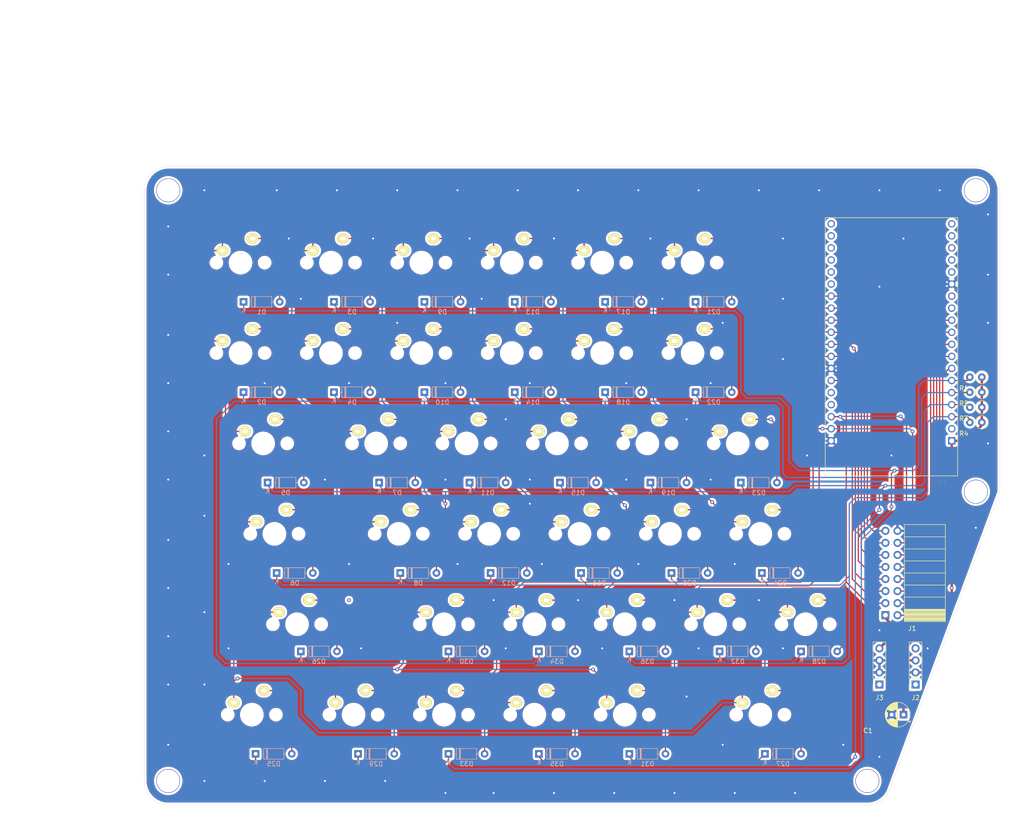
<source format=kicad_pcb>
(kicad_pcb (version 20171130) (host pcbnew "(5.1.7)-1")
  (layers (0 F.Cu signal) (31 B.Cu signal) (34 B.Paste user) (35 F.Paste user) (36 B.SilkS user) (37 F.SilkS user) (38 B.Mask user) (39 F.Mask user) (44 Edge.Cuts user))
  (net 0 "")
  (net 1 ROW_0)
  (net 2 "Net-(D1-Pad2)")
  (net 3 ROW_1)
  (net 4 "Net-(D2-Pad2)")
  (net 5 "Net-(D3-Pad2)")
  (net 6 "Net-(D4-Pad2)")
  (net 7 VCC)
  (net 8 COL_0)
  (net 9 COL_1)
  (net 10 "Net-(U1-Pad24)")
  (net 11 "Net-(U1-Pad18)")
  (net 12 "Net-(U1-Pad17)")
  (net 13 "Net-(U1-Pad16)")
  (net 14 "Net-(U1-Pad15)")
  (net 15 "Net-(U1-Pad13)")
  (net 16 "Net-(U1-Pad12)")
  (net 17 "Net-(D5-Pad2)")
  (net 18 ROW_2)
  (net 19 ROW_3)
  (net 20 "Net-(D6-Pad2)")
  (net 21 "Net-(D7-Pad2)")
  (net 22 "Net-(D8-Pad2)")
  (net 23 "Net-(D9-Pad2)")
  (net 24 "Net-(D10-Pad2)")
  (net 25 "Net-(D11-Pad2)")
  (net 26 "Net-(D12-Pad2)")
  (net 27 "Net-(D13-Pad2)")
  (net 28 "Net-(D14-Pad2)")
  (net 29 "Net-(D15-Pad2)")
  (net 30 "Net-(D16-Pad2)")
  (net 31 "Net-(D17-Pad2)")
  (net 32 "Net-(D18-Pad2)")
  (net 33 "Net-(D19-Pad2)")
  (net 34 "Net-(D20-Pad2)")
  (net 35 "Net-(D21-Pad2)")
  (net 36 "Net-(D22-Pad2)")
  (net 37 "Net-(D23-Pad2)")
  (net 38 "Net-(D24-Pad2)")
  (net 39 "Net-(D25-Pad2)")
  (net 40 "Net-(D26-Pad2)")
  (net 41 "Net-(D27-Pad2)")
  (net 42 "Net-(D28-Pad2)")
  (net 43 "Net-(D29-Pad2)")
  (net 44 "Net-(D30-Pad2)")
  (net 45 "Net-(D31-Pad2)")
  (net 46 "Net-(D32-Pad2)")
  (net 47 "Net-(D33-Pad2)")
  (net 48 "Net-(D34-Pad2)")
  (net 49 "Net-(D35-Pad2)")
  (net 50 "Net-(D36-Pad2)")
  (net 51 COL_2)
  (net 52 COL_3)
  (net 53 COL_4)
  (net 54 COL_5)
  (net 55 COL_6)
  (net 56 COL_7)
  (net 57 COL_8)
  (net 58 "Net-(U1-Pad2)")
  (net 59 "Net-(U1-Pad19)")
  (net 60 ROW_4)
  (net 61 ROW_5)
  (net 62 ROW_6)
  (net 63 ROW_7)
  (net 64 ROW_8)
  (net 65 "Net-(U1-Pad23)")
  (net 66 "Net-(U1-Pad33)")
  (net 67 "Net-(U1-Pad34)")
  (net 68 "Net-(U1-Pad35)")
  (net 69 "Net-(U1-Pad36)")
  (net 70 "Net-(U1-Pad37)")
  (net 71 "Net-(U1-Pad38)")
  (net 72 GND)
  (net 73 "Net-(J2-Pad4)")
  (net 74 "Net-(J2-Pad1)")
  (net 75 "Net-(J3-Pad1)")
  (module Resistor_THT:R_Axial_DIN0207_L6.3mm_D2.5mm_P2.54mm_Vertical (layer F.Cu) (at 194.31 71.755 180)
    (fp_text reference R4 (at 3.81 -2.37) (layer F.SilkS))
    (fp_text value R)
    (pad 2 thru_hole oval (at 2.54 0 180) (size 1.6 1.6) (drill 0.8) (layers *.Cu *.Mask) (net 19 ROW_3))
    (pad 1 thru_hole circle (at 0 0 180) (size 1.6 1.6) (drill 0.8) (layers *.Cu *.Mask) (net 7 VCC))
  )
  (module Resistor_THT:R_Axial_DIN0207_L6.3mm_D2.5mm_P2.54mm_Vertical (layer F.Cu) (at 194.31 68.58 180)
    (fp_text reference R3 (at 3.81 -2.37) (layer F.SilkS))
    (fp_text value R)
    (pad 2 thru_hole oval (at 2.54 0 180) (size 1.6 1.6) (drill 0.8) (layers *.Cu *.Mask) (net 18 ROW_2))
    (pad 1 thru_hole circle (at 0 0 180) (size 1.6 1.6) (drill 0.8) (layers *.Cu *.Mask) (net 7 VCC))
  )
  (module Resistor_THT:R_Axial_DIN0207_L6.3mm_D2.5mm_P2.54mm_Vertical (layer F.Cu) (at 194.31 65.405 180)
    (fp_text reference R2 (at 3.81 -2.37) (layer F.SilkS))
    (fp_text value R)
    (pad 2 thru_hole oval (at 2.54 0 180) (size 1.6 1.6) (drill 0.8) (layers *.Cu *.Mask) (net 3 ROW_1))
    (pad 1 thru_hole circle (at 0 0 180) (size 1.6 1.6) (drill 0.8) (layers *.Cu *.Mask) (net 7 VCC))
  )
  (module Resistor_THT:R_Axial_DIN0207_L6.3mm_D2.5mm_P2.54mm_Vertical (layer F.Cu) (at 194.31 62.23 180)
    (fp_text reference R1 (at 3.81 -2.37) (layer F.SilkS))
    (fp_text value R)
    (pad 2 thru_hole oval (at 2.54 0 180) (size 1.6 1.6) (drill 0.8) (layers *.Cu *.Mask) (net 1 ROW_0))
    (pad 1 thru_hole circle (at 0 0 180) (size 1.6 1.6) (drill 0.8) (layers *.Cu *.Mask) (net 7 VCC))
  )
  (module Capacitor_THT:CP_Radial_D5.0mm_P2.50mm (layer F.Cu) (at 177.8 133.35 180)
    (fp_text reference C1 (at 7.5 -3.37) (layer F.SilkS))
    (fp_text value CP)
    (pad 2 thru_hole circle (at 2.5 0 180) (size 1.6 1.6) (drill 0.8) (layers *.Cu *.Mask) (net 72 GND))
    (pad 1 thru_hole rect (at 0 0 180) (size 1.6 1.6) (drill 0.8) (layers *.Cu *.Mask) (net 7 VCC))
  )
  (module ESP32-DEVKITC-32D:MODULE_ESP32-DEVKITC-32D (layer F.Cu) (at 175.26 55.88 180)
    (fp_text reference U1 (at -10.829175 -28.446045) (layer F.SilkS) (effects (font (size 1.000386 1.000386) (thickness 0.015))))
    (fp_text value ESP32-DEVKITC-32D)
    (pad 38 thru_hole circle (at 12.7 25.96 180) (size 1.56 1.56) (drill 1.04) (layers *.Cu *.Mask) (net 71 "Net-(U1-Pad38)"))
    (pad 37 thru_hole circle (at 12.7 23.42 180) (size 1.56 1.56) (drill 1.04) (layers *.Cu *.Mask) (net 70 "Net-(U1-Pad37)"))
    (pad 36 thru_hole circle (at 12.7 20.88 180) (size 1.56 1.56) (drill 1.04) (layers *.Cu *.Mask) (net 69 "Net-(U1-Pad36)"))
    (pad 35 thru_hole circle (at 12.7 18.34 180) (size 1.56 1.56) (drill 1.04) (layers *.Cu *.Mask) (net 68 "Net-(U1-Pad35)"))
    (pad 34 thru_hole circle (at 12.7 15.8 180) (size 1.56 1.56) (drill 1.04) (layers *.Cu *.Mask) (net 67 "Net-(U1-Pad34)"))
    (pad 33 thru_hole circle (at 12.7 13.26 180) (size 1.56 1.56) (drill 1.04) (layers *.Cu *.Mask) (net 66 "Net-(U1-Pad33)"))
    (pad 32 thru_hole circle (at 12.7 10.72 180) (size 1.56 1.56) (drill 1.04) (layers *.Cu *.Mask) (net 8 COL_0))
    (pad 31 thru_hole circle (at 12.7 8.18 180) (size 1.56 1.56) (drill 1.04) (layers *.Cu *.Mask) (net 9 COL_1))
    (pad 30 thru_hole circle (at 12.7 5.64 180) (size 1.56 1.56) (drill 1.04) (layers *.Cu *.Mask) (net 51 COL_2))
    (pad 29 thru_hole circle (at 12.7 3.1 180) (size 1.56 1.56) (drill 1.04) (layers *.Cu *.Mask) (net 52 COL_3))
    (pad 28 thru_hole circle (at 12.7 0.56 180) (size 1.56 1.56) (drill 1.04) (layers *.Cu *.Mask) (net 53 COL_4))
    (pad 27 thru_hole circle (at 12.7 -1.98 180) (size 1.56 1.56) (drill 1.04) (layers *.Cu *.Mask) (net 54 COL_5))
    (pad 26 thru_hole circle (at 12.7 -4.52 180) (size 1.56 1.56) (drill 1.04) (layers *.Cu *.Mask) (net 72 GND))
    (pad 25 thru_hole circle (at 12.7 -7.06 180) (size 1.56 1.56) (drill 1.04) (layers *.Cu *.Mask) (net 55 COL_6))
    (pad 24 thru_hole circle (at 12.7 -9.6 180) (size 1.56 1.56) (drill 1.04) (layers *.Cu *.Mask) (net 10 "Net-(U1-Pad24)"))
    (pad 23 thru_hole circle (at 12.7 -12.14 180) (size 1.56 1.56) (drill 1.04) (layers *.Cu *.Mask) (net 65 "Net-(U1-Pad23)"))
    (pad 22 thru_hole circle (at 12.7 -14.68 180) (size 1.56 1.56) (drill 1.04) (layers *.Cu *.Mask) (net 56 COL_7))
    (pad 21 thru_hole circle (at 12.7 -17.22 180) (size 1.56 1.56) (drill 1.04) (layers *.Cu *.Mask) (net 57 COL_8))
    (pad 20 thru_hole circle (at 12.7 -19.76 180) (size 1.56 1.56) (drill 1.04) (layers *.Cu *.Mask) (net 72 GND))
    (pad 18 thru_hole circle (at -12.7 23.42 180) (size 1.56 1.56) (drill 1.04) (layers *.Cu *.Mask) (net 11 "Net-(U1-Pad18)"))
    (pad 17 thru_hole circle (at -12.7 20.88 180) (size 1.56 1.56) (drill 1.04) (layers *.Cu *.Mask) (net 12 "Net-(U1-Pad17)"))
    (pad 16 thru_hole circle (at -12.7 18.34 180) (size 1.56 1.56) (drill 1.04) (layers *.Cu *.Mask) (net 13 "Net-(U1-Pad16)"))
    (pad 15 thru_hole circle (at -12.7 15.8 180) (size 1.56 1.56) (drill 1.04) (layers *.Cu *.Mask) (net 14 "Net-(U1-Pad15)"))
    (pad 14 thru_hole circle (at -12.7 13.26 180) (size 1.56 1.56) (drill 1.04) (layers *.Cu *.Mask) (net 72 GND))
    (pad 13 thru_hole circle (at -12.7 10.72 180) (size 1.56 1.56) (drill 1.04) (layers *.Cu *.Mask) (net 15 "Net-(U1-Pad13)"))
    (pad 12 thru_hole circle (at -12.7 8.18 180) (size 1.56 1.56) (drill 1.04) (layers *.Cu *.Mask) (net 16 "Net-(U1-Pad12)"))
    (pad 11 thru_hole circle (at -12.7 5.64 180) (size 1.56 1.56) (drill 1.04) (layers *.Cu *.Mask) (net 64 ROW_8))
    (pad 10 thru_hole circle (at -12.7 3.1 180) (size 1.56 1.56) (drill 1.04) (layers *.Cu *.Mask) (net 63 ROW_7))
    (pad 9 thru_hole circle (at -12.7 0.56 180) (size 1.56 1.56) (drill 1.04) (layers *.Cu *.Mask) (net 62 ROW_6))
    (pad 8 thru_hole circle (at -12.7 -1.98 180) (size 1.56 1.56) (drill 1.04) (layers *.Cu *.Mask) (net 61 ROW_5))
    (pad 7 thru_hole circle (at -12.7 -4.52 180) (size 1.56 1.56) (drill 1.04) (layers *.Cu *.Mask) (net 60 ROW_4))
    (pad 6 thru_hole circle (at -12.7 -7.06 180) (size 1.56 1.56) (drill 1.04) (layers *.Cu *.Mask) (net 1 ROW_0))
    (pad 5 thru_hole circle (at -12.7 -9.6 180) (size 1.56 1.56) (drill 1.04) (layers *.Cu *.Mask) (net 3 ROW_1))
    (pad 4 thru_hole circle (at -12.7 -12.14 180) (size 1.56 1.56) (drill 1.04) (layers *.Cu *.Mask) (net 18 ROW_2))
    (pad 3 thru_hole circle (at -12.7 -14.68 180) (size 1.56 1.56) (drill 1.04) (layers *.Cu *.Mask) (net 19 ROW_3))
    (pad 19 thru_hole circle (at -12.7 25.96 180) (size 1.56 1.56) (drill 1.04) (layers *.Cu *.Mask) (net 59 "Net-(U1-Pad19)"))
    (pad 2 thru_hole circle (at -12.7 -17.22 180) (size 1.56 1.56) (drill 1.04) (layers *.Cu *.Mask) (net 58 "Net-(U1-Pad2)"))
    (pad 1 thru_hole rect (at -12.7 -19.76 180) (size 1.56 1.56) (drill 1.04) (layers *.Cu *.Mask) (net 7 VCC))
  )
  (module Connector_PinSocket_2.54mm:PinSocket_1x04_P2.54mm_Vertical (layer F.Cu) (at 172.72 127 180)
    (fp_text reference J3 (at 0 -2.77) (layer F.SilkS))
    (fp_text value Conn_01x04)
    (pad 4 thru_hole oval (at 0 7.62 180) (size 1.7 1.7) (drill 1) (layers *.Cu *.Mask) (net 7 VCC))
    (pad 3 thru_hole oval (at 0 5.08 180) (size 1.7 1.7) (drill 1) (layers *.Cu *.Mask) (net 72 GND))
    (pad 2 thru_hole oval (at 0 2.54 180) (size 1.7 1.7) (drill 1) (layers *.Cu *.Mask) (net 72 GND))
    (pad 1 thru_hole rect (at 0 0 180) (size 1.7 1.7) (drill 1) (layers *.Cu *.Mask) (net 75 "Net-(J3-Pad1)"))
  )
  (module Connector_PinSocket_2.54mm:PinSocket_1x04_P2.54mm_Vertical (layer F.Cu) (at 180.34 127 180)
    (fp_text reference J2 (at 0 -2.77) (layer F.SilkS))
    (fp_text value Conn_01x04)
    (pad 4 thru_hole oval (at 0 7.62 180) (size 1.7 1.7) (drill 1) (layers *.Cu *.Mask) (net 73 "Net-(J2-Pad4)"))
    (pad 3 thru_hole oval (at 0 5.08 180) (size 1.7 1.7) (drill 1) (layers *.Cu *.Mask) (net 7 VCC))
    (pad 2 thru_hole oval (at 0 2.54 180) (size 1.7 1.7) (drill 1) (layers *.Cu *.Mask) (net 72 GND))
    (pad 1 thru_hole rect (at 0 0 180) (size 1.7 1.7) (drill 1) (layers *.Cu *.Mask) (net 74 "Net-(J2-Pad1)"))
  )
  (module Connector_PinSocket_2.54mm:PinSocket_2x08_P2.54mm_Horizontal (layer F.Cu) (at 173.99 112.395 180)
    (fp_text reference J1 (at -5.65 -2.77) (layer F.SilkS))
    (fp_text value Conn_02x08_Odd_Even)
    (pad 16 thru_hole oval (at -2.54 17.78 180) (size 1.7 1.7) (drill 1) (layers *.Cu *.Mask) (net 72 GND))
    (pad 15 thru_hole oval (at 0 17.78 180) (size 1.7 1.7) (drill 1) (layers *.Cu *.Mask) (net 8 COL_0))
    (pad 14 thru_hole oval (at -2.54 15.24 180) (size 1.7 1.7) (drill 1) (layers *.Cu *.Mask) (net 56 COL_7))
    (pad 13 thru_hole oval (at 0 15.24 180) (size 1.7 1.7) (drill 1) (layers *.Cu *.Mask) (net 9 COL_1))
    (pad 12 thru_hole oval (at -2.54 12.7 180) (size 1.7 1.7) (drill 1) (layers *.Cu *.Mask) (net 57 COL_8))
    (pad 11 thru_hole oval (at 0 12.7 180) (size 1.7 1.7) (drill 1) (layers *.Cu *.Mask) (net 51 COL_2))
    (pad 10 thru_hole oval (at -2.54 10.16 180) (size 1.7 1.7) (drill 1) (layers *.Cu *.Mask) (net 64 ROW_8))
    (pad 9 thru_hole oval (at 0 10.16 180) (size 1.7 1.7) (drill 1) (layers *.Cu *.Mask) (net 52 COL_3))
    (pad 8 thru_hole oval (at -2.54 7.62 180) (size 1.7 1.7) (drill 1) (layers *.Cu *.Mask) (net 63 ROW_7))
    (pad 7 thru_hole oval (at 0 7.62 180) (size 1.7 1.7) (drill 1) (layers *.Cu *.Mask) (net 53 COL_4))
    (pad 6 thru_hole oval (at -2.54 5.08 180) (size 1.7 1.7) (drill 1) (layers *.Cu *.Mask) (net 62 ROW_6))
    (pad 5 thru_hole oval (at 0 5.08 180) (size 1.7 1.7) (drill 1) (layers *.Cu *.Mask) (net 54 COL_5))
    (pad 4 thru_hole oval (at -2.54 2.54 180) (size 1.7 1.7) (drill 1) (layers *.Cu *.Mask) (net 61 ROW_5))
    (pad 3 thru_hole oval (at 0 2.54 180) (size 1.7 1.7) (drill 1) (layers *.Cu *.Mask) (net 55 COL_6))
    (pad 2 thru_hole oval (at -2.54 0 180) (size 1.7 1.7) (drill 1) (layers *.Cu *.Mask) (net 60 ROW_4))
    (pad 1 thru_hole rect (at 0 0 180) (size 1.7 1.7) (drill 1) (layers *.Cu *.Mask) (net 7 VCC))
  )
  (module kbd:CherryMX_1u (layer F.Cu) (at 100.0125 133.35)
    (fp_text reference SW35 hide)
    (fp_text value SW_PUSH hide)
    (pad "" np_thru_hole circle (at 0 0 90) (size 4 4) (drill 4) (layers *.Cu *.Mask))
    (pad "" np_thru_hole circle (at -5.08 0 90) (size 1.9 1.9) (drill 1.9) (layers *.Cu *.Mask))
    (pad "" np_thru_hole circle (at 5.08 0 90) (size 1.9 1.9) (drill 1.9) (layers *.Cu *.Mask))
    (pad 2 thru_hole oval (at 2.54 -5.08) (size 2.5 2) (drill oval 1.2 0.8) (layers *.Cu F.SilkS B.Mask) (net 49 "Net-(D35-Pad2)"))
    (pad 1 thru_hole oval (at -3.81 -2.54) (size 2.5 2) (drill oval 1.2 0.8) (layers *.Cu F.SilkS B.Mask) (net 57 COL_8))
  )
  (module kbd:CherryMX_1u (layer F.Cu) (at 76.2 38.1)
    (fp_text reference SW9 hide)
    (fp_text value SW_PUSH hide)
    (pad 1 thru_hole oval (at -3.81 -2.54) (size 2.5 2) (drill oval 1.2 0.8) (layers *.Cu F.SilkS B.Mask) (net 51 COL_2))
    (pad 2 thru_hole oval (at 2.54 -5.08) (size 2.5 2) (drill oval 1.2 0.8) (layers *.Cu F.SilkS B.Mask) (net 23 "Net-(D9-Pad2)"))
    (pad "" np_thru_hole circle (at 5.08 0 90) (size 1.9 1.9) (drill 1.9) (layers *.Cu *.Mask))
    (pad "" np_thru_hole circle (at -5.08 0 90) (size 1.9 1.9) (drill 1.9) (layers *.Cu *.Mask))
    (pad "" np_thru_hole circle (at 0 0 90) (size 4 4) (drill 4) (layers *.Cu *.Mask))
  )
  (module kbd:HOLE (layer F.Cu) (at 193.04 86.36)
    (fp_text reference Ref**)
    (fp_text value Val**)
    (pad "" np_thru_hole circle (at 0 0) (size 5 5) (drill 4.8) (layers *.Cu *.Mask))
  )
  (module kbd:HOLE (layer F.Cu) (at 193.04 22.86)
    (fp_text reference Ref**)
    (fp_text value Val**)
    (pad "" np_thru_hole circle (at 0 0) (size 5 5) (drill 4.8) (layers *.Cu *.Mask))
  )
  (module kbd:HOLE (layer F.Cu) (at 170.18 147.32)
    (fp_text reference Ref**)
    (fp_text value Val**)
    (pad "" np_thru_hole circle (at 0 0) (size 5 5) (drill 4.8) (layers *.Cu *.Mask))
  )
  (module kbd:HOLE (layer F.Cu) (at 22.86 147.32)
    (fp_text reference Ref**)
    (fp_text value Val**)
    (pad "" np_thru_hole circle (at 0 0) (size 5 5) (drill 4.8) (layers *.Cu *.Mask))
  )
  (module kbd:HOLE (layer F.Cu) (at 22.86 22.86)
    (fp_text reference Ref**)
    (fp_text value Val**)
    (pad "" np_thru_hole circle (at 0 0) (size 5 5) (drill 4.8) (layers *.Cu *.Mask))
  )
  (module Diode_THT:D_DO-35_SOD27_P7.62mm_Horizontal (layer B.Cu) (at 38.735 46.355)
    (fp_text reference D1 (at 3.81 2.12) (layer B.SilkS) (effects (justify mirror)))
    (fp_text value 1N4148)
    (fp_text user K (at 0 1.8) (layer B.SilkS) (effects (justify mirror)))
    (pad 1 thru_hole rect (at 0 0) (size 1.6 1.6) (drill 0.8) (layers *.Cu *.Mask) (net 1 ROW_0))
    (pad 2 thru_hole oval (at 7.62 0) (size 1.6 1.6) (drill 0.8) (layers *.Cu *.Mask) (net 2 "Net-(D1-Pad2)"))
  )
  (module Diode_THT:D_DO-35_SOD27_P7.62mm_Horizontal (layer B.Cu) (at 38.735 65.405)
    (fp_text reference D2 (at 3.81 2.12) (layer B.SilkS) (effects (justify mirror)))
    (fp_text value 1N4148)
    (fp_text user K (at 0 1.8) (layer B.SilkS) (effects (justify mirror)))
    (pad 1 thru_hole rect (at 0 0) (size 1.6 1.6) (drill 0.8) (layers *.Cu *.Mask) (net 3 ROW_1))
    (pad 2 thru_hole oval (at 7.62 0) (size 1.6 1.6) (drill 0.8) (layers *.Cu *.Mask) (net 4 "Net-(D2-Pad2)"))
  )
  (module Diode_THT:D_DO-35_SOD27_P7.62mm_Horizontal (layer B.Cu) (at 57.785 46.355)
    (fp_text reference D3 (at 3.81 2.12) (layer B.SilkS) (effects (justify mirror)))
    (fp_text value 1N4148)
    (fp_text user K (at 0 1.8) (layer B.SilkS) (effects (justify mirror)))
    (pad 2 thru_hole oval (at 7.62 0) (size 1.6 1.6) (drill 0.8) (layers *.Cu *.Mask) (net 5 "Net-(D3-Pad2)"))
    (pad 1 thru_hole rect (at 0 0) (size 1.6 1.6) (drill 0.8) (layers *.Cu *.Mask) (net 1 ROW_0))
  )
  (module Diode_THT:D_DO-35_SOD27_P7.62mm_Horizontal (layer B.Cu) (at 57.785 65.405)
    (fp_text reference D4 (at 3.81 2.12) (layer B.SilkS) (effects (justify mirror)))
    (fp_text value 1N4148)
    (fp_text user K (at 0 1.8) (layer B.SilkS) (effects (justify mirror)))
    (pad 2 thru_hole oval (at 7.62 0) (size 1.6 1.6) (drill 0.8) (layers *.Cu *.Mask) (net 6 "Net-(D4-Pad2)"))
    (pad 1 thru_hole rect (at 0 0) (size 1.6 1.6) (drill 0.8) (layers *.Cu *.Mask) (net 3 ROW_1))
  )
  (module Diode_THT:D_DO-35_SOD27_P7.62mm_Horizontal (layer B.Cu) (at 43.815 84.455)
    (fp_text reference D5 (at 3.81 2.12) (layer B.SilkS) (effects (justify mirror)))
    (fp_text value 1N4148)
    (fp_text user K (at 0 1.8) (layer B.SilkS) (effects (justify mirror)))
    (pad 2 thru_hole oval (at 7.62 0) (size 1.6 1.6) (drill 0.8) (layers *.Cu *.Mask) (net 17 "Net-(D5-Pad2)"))
    (pad 1 thru_hole rect (at 0 0) (size 1.6 1.6) (drill 0.8) (layers *.Cu *.Mask) (net 18 ROW_2))
  )
  (module Diode_THT:D_DO-35_SOD27_P7.62mm_Horizontal (layer B.Cu) (at 45.72 103.505)
    (fp_text reference D6 (at 3.81 2.12) (layer B.SilkS) (effects (justify mirror)))
    (fp_text value 1N4148)
    (fp_text user K (at 0 1.8) (layer B.SilkS) (effects (justify mirror)))
    (pad 1 thru_hole rect (at 0 0) (size 1.6 1.6) (drill 0.8) (layers *.Cu *.Mask) (net 19 ROW_3))
    (pad 2 thru_hole oval (at 7.62 0) (size 1.6 1.6) (drill 0.8) (layers *.Cu *.Mask) (net 20 "Net-(D6-Pad2)"))
  )
  (module Diode_THT:D_DO-35_SOD27_P7.62mm_Horizontal (layer B.Cu) (at 67.31 84.455)
    (fp_text reference D7 (at 3.81 2.12) (layer B.SilkS) (effects (justify mirror)))
    (fp_text value 1N4148)
    (fp_text user K (at 0 1.8) (layer B.SilkS) (effects (justify mirror)))
    (pad 1 thru_hole rect (at 0 0) (size 1.6 1.6) (drill 0.8) (layers *.Cu *.Mask) (net 18 ROW_2))
    (pad 2 thru_hole oval (at 7.62 0) (size 1.6 1.6) (drill 0.8) (layers *.Cu *.Mask) (net 21 "Net-(D7-Pad2)"))
  )
  (module Diode_THT:D_DO-35_SOD27_P7.62mm_Horizontal (layer B.Cu) (at 71.755 103.505)
    (fp_text reference D8 (at 3.81 2.12) (layer B.SilkS) (effects (justify mirror)))
    (fp_text value 1N4148)
    (fp_text user K (at 0 1.8) (layer B.SilkS) (effects (justify mirror)))
    (pad 2 thru_hole oval (at 7.62 0) (size 1.6 1.6) (drill 0.8) (layers *.Cu *.Mask) (net 22 "Net-(D8-Pad2)"))
    (pad 1 thru_hole rect (at 0 0) (size 1.6 1.6) (drill 0.8) (layers *.Cu *.Mask) (net 19 ROW_3))
  )
  (module Diode_THT:D_DO-35_SOD27_P7.62mm_Horizontal (layer B.Cu) (at 76.835 46.355)
    (fp_text reference D9 (at 3.81 2.12) (layer B.SilkS) (effects (justify mirror)))
    (fp_text value 1N4148)
    (fp_text user K (at 0 1.8) (layer B.SilkS) (effects (justify mirror)))
    (pad 2 thru_hole oval (at 7.62 0) (size 1.6 1.6) (drill 0.8) (layers *.Cu *.Mask) (net 23 "Net-(D9-Pad2)"))
    (pad 1 thru_hole rect (at 0 0) (size 1.6 1.6) (drill 0.8) (layers *.Cu *.Mask) (net 1 ROW_0))
  )
  (module Diode_THT:D_DO-35_SOD27_P7.62mm_Horizontal (layer B.Cu) (at 76.835 65.405)
    (fp_text reference D10 (at 3.81 2.12) (layer B.SilkS) (effects (justify mirror)))
    (fp_text value 1N4148)
    (fp_text user K (at 0 1.8) (layer B.SilkS) (effects (justify mirror)))
    (pad 1 thru_hole rect (at 0 0) (size 1.6 1.6) (drill 0.8) (layers *.Cu *.Mask) (net 3 ROW_1))
    (pad 2 thru_hole oval (at 7.62 0) (size 1.6 1.6) (drill 0.8) (layers *.Cu *.Mask) (net 24 "Net-(D10-Pad2)"))
  )
  (module Diode_THT:D_DO-35_SOD27_P7.62mm_Horizontal (layer B.Cu) (at 86.36 84.455)
    (fp_text reference D11 (at 3.81 2.12) (layer B.SilkS) (effects (justify mirror)))
    (fp_text value 1N4148)
    (fp_text user K (at 0 1.8) (layer B.SilkS) (effects (justify mirror)))
    (pad 2 thru_hole oval (at 7.62 0) (size 1.6 1.6) (drill 0.8) (layers *.Cu *.Mask) (net 25 "Net-(D11-Pad2)"))
    (pad 1 thru_hole rect (at 0 0) (size 1.6 1.6) (drill 0.8) (layers *.Cu *.Mask) (net 18 ROW_2))
  )
  (module Diode_THT:D_DO-35_SOD27_P7.62mm_Horizontal (layer B.Cu) (at 90.805 103.505)
    (fp_text reference D12 (at 3.81 2.12) (layer B.SilkS) (effects (justify mirror)))
    (fp_text value 1N4148)
    (fp_text user K (at 0 1.8) (layer B.SilkS) (effects (justify mirror)))
    (pad 1 thru_hole rect (at 0 0) (size 1.6 1.6) (drill 0.8) (layers *.Cu *.Mask) (net 19 ROW_3))
    (pad 2 thru_hole oval (at 7.62 0) (size 1.6 1.6) (drill 0.8) (layers *.Cu *.Mask) (net 26 "Net-(D12-Pad2)"))
  )
  (module Diode_THT:D_DO-35_SOD27_P7.62mm_Horizontal (layer B.Cu) (at 95.885 46.355)
    (fp_text reference D13 (at 3.81 2.12) (layer B.SilkS) (effects (justify mirror)))
    (fp_text value 1N4148)
    (fp_text user K (at 0 1.8) (layer B.SilkS) (effects (justify mirror)))
    (pad 1 thru_hole rect (at 0 0) (size 1.6 1.6) (drill 0.8) (layers *.Cu *.Mask) (net 1 ROW_0))
    (pad 2 thru_hole oval (at 7.62 0) (size 1.6 1.6) (drill 0.8) (layers *.Cu *.Mask) (net 27 "Net-(D13-Pad2)"))
  )
  (module Diode_THT:D_DO-35_SOD27_P7.62mm_Horizontal (layer B.Cu) (at 95.885 65.405)
    (fp_text reference D14 (at 3.81 2.12) (layer B.SilkS) (effects (justify mirror)))
    (fp_text value 1N4148)
    (fp_text user K (at 0 1.8) (layer B.SilkS) (effects (justify mirror)))
    (pad 2 thru_hole oval (at 7.62 0) (size 1.6 1.6) (drill 0.8) (layers *.Cu *.Mask) (net 28 "Net-(D14-Pad2)"))
    (pad 1 thru_hole rect (at 0 0) (size 1.6 1.6) (drill 0.8) (layers *.Cu *.Mask) (net 3 ROW_1))
  )
  (module Diode_THT:D_DO-35_SOD27_P7.62mm_Horizontal (layer B.Cu) (at 105.41 84.455)
    (fp_text reference D15 (at 3.81 2.12) (layer B.SilkS) (effects (justify mirror)))
    (fp_text value 1N4148)
    (fp_text user K (at 0 1.8) (layer B.SilkS) (effects (justify mirror)))
    (pad 1 thru_hole rect (at 0 0) (size 1.6 1.6) (drill 0.8) (layers *.Cu *.Mask) (net 18 ROW_2))
    (pad 2 thru_hole oval (at 7.62 0) (size 1.6 1.6) (drill 0.8) (layers *.Cu *.Mask) (net 29 "Net-(D15-Pad2)"))
  )
  (module Diode_THT:D_DO-35_SOD27_P7.62mm_Horizontal (layer B.Cu) (at 109.855 103.505)
    (fp_text reference D16 (at 3.81 2.12) (layer B.SilkS) (effects (justify mirror)))
    (fp_text value 1N4148)
    (fp_text user K (at 0 1.8) (layer B.SilkS) (effects (justify mirror)))
    (pad 1 thru_hole rect (at 0 0) (size 1.6 1.6) (drill 0.8) (layers *.Cu *.Mask) (net 19 ROW_3))
    (pad 2 thru_hole oval (at 7.62 0) (size 1.6 1.6) (drill 0.8) (layers *.Cu *.Mask) (net 30 "Net-(D16-Pad2)"))
  )
  (module Diode_THT:D_DO-35_SOD27_P7.62mm_Horizontal (layer B.Cu) (at 114.935 46.355)
    (fp_text reference D17 (at 3.81 2.12) (layer B.SilkS) (effects (justify mirror)))
    (fp_text value 1N4148)
    (fp_text user K (at 0 1.8) (layer B.SilkS) (effects (justify mirror)))
    (pad 2 thru_hole oval (at 7.62 0) (size 1.6 1.6) (drill 0.8) (layers *.Cu *.Mask) (net 31 "Net-(D17-Pad2)"))
    (pad 1 thru_hole rect (at 0 0) (size 1.6 1.6) (drill 0.8) (layers *.Cu *.Mask) (net 1 ROW_0))
  )
  (module Diode_THT:D_DO-35_SOD27_P7.62mm_Horizontal (layer B.Cu) (at 114.935 65.405)
    (fp_text reference D18 (at 3.81 2.12) (layer B.SilkS) (effects (justify mirror)))
    (fp_text value 1N4148)
    (fp_text user K (at 0 1.8) (layer B.SilkS) (effects (justify mirror)))
    (pad 1 thru_hole rect (at 0 0) (size 1.6 1.6) (drill 0.8) (layers *.Cu *.Mask) (net 3 ROW_1))
    (pad 2 thru_hole oval (at 7.62 0) (size 1.6 1.6) (drill 0.8) (layers *.Cu *.Mask) (net 32 "Net-(D18-Pad2)"))
  )
  (module Diode_THT:D_DO-35_SOD27_P7.62mm_Horizontal (layer B.Cu) (at 124.46 84.455)
    (fp_text reference D19 (at 3.81 2.12) (layer B.SilkS) (effects (justify mirror)))
    (fp_text value 1N4148)
    (fp_text user K (at 0 1.8) (layer B.SilkS) (effects (justify mirror)))
    (pad 2 thru_hole oval (at 7.62 0) (size 1.6 1.6) (drill 0.8) (layers *.Cu *.Mask) (net 33 "Net-(D19-Pad2)"))
    (pad 1 thru_hole rect (at 0 0) (size 1.6 1.6) (drill 0.8) (layers *.Cu *.Mask) (net 18 ROW_2))
  )
  (module Diode_THT:D_DO-35_SOD27_P7.62mm_Horizontal (layer B.Cu) (at 128.905 103.505)
    (fp_text reference D20 (at 3.81 2.12) (layer B.SilkS) (effects (justify mirror)))
    (fp_text value 1N4148)
    (fp_text user K (at 0 1.8) (layer B.SilkS) (effects (justify mirror)))
    (pad 1 thru_hole rect (at 0 0) (size 1.6 1.6) (drill 0.8) (layers *.Cu *.Mask) (net 19 ROW_3))
    (pad 2 thru_hole oval (at 7.62 0) (size 1.6 1.6) (drill 0.8) (layers *.Cu *.Mask) (net 34 "Net-(D20-Pad2)"))
  )
  (module Diode_THT:D_DO-35_SOD27_P7.62mm_Horizontal (layer B.Cu) (at 133.985 46.355)
    (fp_text reference D21 (at 3.81 2.12) (layer B.SilkS) (effects (justify mirror)))
    (fp_text value 1N4148)
    (fp_text user K (at 0 1.8) (layer B.SilkS) (effects (justify mirror)))
    (pad 1 thru_hole rect (at 0 0) (size 1.6 1.6) (drill 0.8) (layers *.Cu *.Mask) (net 1 ROW_0))
    (pad 2 thru_hole oval (at 7.62 0) (size 1.6 1.6) (drill 0.8) (layers *.Cu *.Mask) (net 35 "Net-(D21-Pad2)"))
  )
  (module Diode_THT:D_DO-35_SOD27_P7.62mm_Horizontal (layer B.Cu) (at 133.985 65.405)
    (fp_text reference D22 (at 3.81 2.12) (layer B.SilkS) (effects (justify mirror)))
    (fp_text value 1N4148)
    (fp_text user K (at 0 1.8) (layer B.SilkS) (effects (justify mirror)))
    (pad 1 thru_hole rect (at 0 0) (size 1.6 1.6) (drill 0.8) (layers *.Cu *.Mask) (net 3 ROW_1))
    (pad 2 thru_hole oval (at 7.62 0) (size 1.6 1.6) (drill 0.8) (layers *.Cu *.Mask) (net 36 "Net-(D22-Pad2)"))
  )
  (module Diode_THT:D_DO-35_SOD27_P7.62mm_Horizontal (layer B.Cu) (at 143.51 84.455)
    (fp_text reference D23 (at 3.81 2.12) (layer B.SilkS) (effects (justify mirror)))
    (fp_text value 1N4148)
    (fp_text user K (at 0 1.8) (layer B.SilkS) (effects (justify mirror)))
    (pad 1 thru_hole rect (at 0 0) (size 1.6 1.6) (drill 0.8) (layers *.Cu *.Mask) (net 18 ROW_2))
    (pad 2 thru_hole oval (at 7.62 0) (size 1.6 1.6) (drill 0.8) (layers *.Cu *.Mask) (net 37 "Net-(D23-Pad2)"))
  )
  (module Diode_THT:D_DO-35_SOD27_P7.62mm_Horizontal (layer B.Cu) (at 147.955 103.505)
    (fp_text reference D24 (at 3.81 2.12) (layer B.SilkS) (effects (justify mirror)))
    (fp_text value 1N4148)
    (fp_text user K (at 0 1.8) (layer B.SilkS) (effects (justify mirror)))
    (pad 2 thru_hole oval (at 7.62 0) (size 1.6 1.6) (drill 0.8) (layers *.Cu *.Mask) (net 38 "Net-(D24-Pad2)"))
    (pad 1 thru_hole rect (at 0 0) (size 1.6 1.6) (drill 0.8) (layers *.Cu *.Mask) (net 19 ROW_3))
  )
  (module Diode_THT:D_DO-35_SOD27_P7.62mm_Horizontal (layer B.Cu) (at 41.275 141.605)
    (fp_text reference D25 (at 3.81 2.12) (layer B.SilkS) (effects (justify mirror)))
    (fp_text value 1N4148)
    (fp_text user K (at 0 1.8) (layer B.SilkS) (effects (justify mirror)))
    (pad 2 thru_hole oval (at 7.62 0) (size 1.6 1.6) (drill 0.8) (layers *.Cu *.Mask) (net 39 "Net-(D25-Pad2)"))
    (pad 1 thru_hole rect (at 0 0) (size 1.6 1.6) (drill 0.8) (layers *.Cu *.Mask) (net 1 ROW_0))
  )
  (module Diode_THT:D_DO-35_SOD27_P7.62mm_Horizontal (layer B.Cu) (at 50.8 120.015)
    (fp_text reference D26 (at 3.81 2.12) (layer B.SilkS) (effects (justify mirror)))
    (fp_text value 1N4148)
    (fp_text user K (at 0 1.8) (layer B.SilkS) (effects (justify mirror)))
    (pad 1 thru_hole rect (at 0 0) (size 1.6 1.6) (drill 0.8) (layers *.Cu *.Mask) (net 3 ROW_1))
    (pad 2 thru_hole oval (at 7.62 0) (size 1.6 1.6) (drill 0.8) (layers *.Cu *.Mask) (net 40 "Net-(D26-Pad2)"))
  )
  (module Diode_THT:D_DO-35_SOD27_P7.62mm_Horizontal (layer B.Cu) (at 148.59 141.605)
    (fp_text reference D27 (at 3.81 2.12) (layer B.SilkS) (effects (justify mirror)))
    (fp_text value 1N4148)
    (fp_text user K (at 0 1.8) (layer B.SilkS) (effects (justify mirror)))
    (pad 2 thru_hole oval (at 7.62 0) (size 1.6 1.6) (drill 0.8) (layers *.Cu *.Mask) (net 41 "Net-(D27-Pad2)"))
    (pad 1 thru_hole rect (at 0 0) (size 1.6 1.6) (drill 0.8) (layers *.Cu *.Mask) (net 18 ROW_2))
  )
  (module Diode_THT:D_DO-35_SOD27_P7.62mm_Horizontal (layer B.Cu) (at 156.21 120.015)
    (fp_text reference D28 (at 3.81 2.12) (layer B.SilkS) (effects (justify mirror)))
    (fp_text value 1N4148)
    (fp_text user K (at 0 1.8) (layer B.SilkS) (effects (justify mirror)))
    (pad 2 thru_hole oval (at 7.62 0) (size 1.6 1.6) (drill 0.8) (layers *.Cu *.Mask) (net 42 "Net-(D28-Pad2)"))
    (pad 1 thru_hole rect (at 0 0) (size 1.6 1.6) (drill 0.8) (layers *.Cu *.Mask) (net 19 ROW_3))
  )
  (module Diode_THT:D_DO-35_SOD27_P7.62mm_Horizontal (layer B.Cu) (at 62.865 141.605)
    (fp_text reference D29 (at 3.81 2.12) (layer B.SilkS) (effects (justify mirror)))
    (fp_text value 1N4148)
    (fp_text user K (at 0 1.8) (layer B.SilkS) (effects (justify mirror)))
    (pad 2 thru_hole oval (at 7.62 0) (size 1.6 1.6) (drill 0.8) (layers *.Cu *.Mask) (net 43 "Net-(D29-Pad2)"))
    (pad 1 thru_hole rect (at 0 0) (size 1.6 1.6) (drill 0.8) (layers *.Cu *.Mask) (net 1 ROW_0))
  )
  (module Diode_THT:D_DO-35_SOD27_P7.62mm_Horizontal (layer B.Cu) (at 81.915 120.015)
    (fp_text reference D30 (at 3.81 2.12) (layer B.SilkS) (effects (justify mirror)))
    (fp_text value 1N4148)
    (fp_text user K (at 0 1.8) (layer B.SilkS) (effects (justify mirror)))
    (pad 1 thru_hole rect (at 0 0) (size 1.6 1.6) (drill 0.8) (layers *.Cu *.Mask) (net 3 ROW_1))
    (pad 2 thru_hole oval (at 7.62 0) (size 1.6 1.6) (drill 0.8) (layers *.Cu *.Mask) (net 44 "Net-(D30-Pad2)"))
  )
  (module Diode_THT:D_DO-35_SOD27_P7.62mm_Horizontal (layer B.Cu) (at 120.015 141.605)
    (fp_text reference D31 (at 3.81 2.12) (layer B.SilkS) (effects (justify mirror)))
    (fp_text value 1N4148)
    (fp_text user K (at 0 1.8) (layer B.SilkS) (effects (justify mirror)))
    (pad 2 thru_hole oval (at 7.62 0) (size 1.6 1.6) (drill 0.8) (layers *.Cu *.Mask) (net 45 "Net-(D31-Pad2)"))
    (pad 1 thru_hole rect (at 0 0) (size 1.6 1.6) (drill 0.8) (layers *.Cu *.Mask) (net 18 ROW_2))
  )
  (module Diode_THT:D_DO-35_SOD27_P7.62mm_Horizontal (layer B.Cu) (at 139.065 120.015)
    (fp_text reference D32 (at 3.81 2.12) (layer B.SilkS) (effects (justify mirror)))
    (fp_text value 1N4148)
    (fp_text user K (at 0 1.8) (layer B.SilkS) (effects (justify mirror)))
    (pad 2 thru_hole oval (at 7.62 0) (size 1.6 1.6) (drill 0.8) (layers *.Cu *.Mask) (net 46 "Net-(D32-Pad2)"))
    (pad 1 thru_hole rect (at 0 0) (size 1.6 1.6) (drill 0.8) (layers *.Cu *.Mask) (net 19 ROW_3))
  )
  (module Diode_THT:D_DO-35_SOD27_P7.62mm_Horizontal (layer B.Cu) (at 81.915 141.605)
    (fp_text reference D33 (at 3.81 2.12) (layer B.SilkS) (effects (justify mirror)))
    (fp_text value 1N4148)
    (fp_text user K (at 0 1.8) (layer B.SilkS) (effects (justify mirror)))
    (pad 1 thru_hole rect (at 0 0) (size 1.6 1.6) (drill 0.8) (layers *.Cu *.Mask) (net 1 ROW_0))
    (pad 2 thru_hole oval (at 7.62 0) (size 1.6 1.6) (drill 0.8) (layers *.Cu *.Mask) (net 47 "Net-(D33-Pad2)"))
  )
  (module Diode_THT:D_DO-35_SOD27_P7.62mm_Horizontal (layer B.Cu) (at 100.965 120.015)
    (fp_text reference D34 (at 3.81 2.12) (layer B.SilkS) (effects (justify mirror)))
    (fp_text value 1N4148)
    (fp_text user K (at 0 1.8) (layer B.SilkS) (effects (justify mirror)))
    (pad 2 thru_hole oval (at 7.62 0) (size 1.6 1.6) (drill 0.8) (layers *.Cu *.Mask) (net 48 "Net-(D34-Pad2)"))
    (pad 1 thru_hole rect (at 0 0) (size 1.6 1.6) (drill 0.8) (layers *.Cu *.Mask) (net 3 ROW_1))
  )
  (module Diode_THT:D_DO-35_SOD27_P7.62mm_Horizontal (layer B.Cu) (at 100.965 141.605)
    (fp_text reference D35 (at 3.81 2.12) (layer B.SilkS) (effects (justify mirror)))
    (fp_text value 1N4148)
    (fp_text user K (at 0 1.8) (layer B.SilkS) (effects (justify mirror)))
    (pad 1 thru_hole rect (at 0 0) (size 1.6 1.6) (drill 0.8) (layers *.Cu *.Mask) (net 18 ROW_2))
    (pad 2 thru_hole oval (at 7.62 0) (size 1.6 1.6) (drill 0.8) (layers *.Cu *.Mask) (net 49 "Net-(D35-Pad2)"))
  )
  (module Diode_THT:D_DO-35_SOD27_P7.62mm_Horizontal (layer B.Cu) (at 120.015 120.015)
    (fp_text reference D36 (at 3.81 2.12) (layer B.SilkS) (effects (justify mirror)))
    (fp_text value 1N4148)
    (fp_text user K (at 0 1.8) (layer B.SilkS) (effects (justify mirror)))
    (pad 2 thru_hole oval (at 7.62 0) (size 1.6 1.6) (drill 0.8) (layers *.Cu *.Mask) (net 50 "Net-(D36-Pad2)"))
    (pad 1 thru_hole rect (at 0 0) (size 1.6 1.6) (drill 0.8) (layers *.Cu *.Mask) (net 19 ROW_3))
  )
  (module kbd:CherryMX_1u (layer F.Cu) (at 38.1 38.1)
    (fp_text reference SW1 hide)
    (fp_text value SW_PUSH hide)
    (pad 1 thru_hole oval (at -3.81 -2.54) (size 2.5 2) (drill oval 1.2 0.8) (layers *.Cu F.SilkS B.Mask) (net 8 COL_0))
    (pad 2 thru_hole oval (at 2.54 -5.08) (size 2.5 2) (drill oval 1.2 0.8) (layers *.Cu F.SilkS B.Mask) (net 2 "Net-(D1-Pad2)"))
    (pad "" np_thru_hole circle (at 5.08 0 90) (size 1.9 1.9) (drill 1.9) (layers *.Cu *.Mask))
    (pad "" np_thru_hole circle (at -5.08 0 90) (size 1.9 1.9) (drill 1.9) (layers *.Cu *.Mask))
    (pad "" np_thru_hole circle (at 0 0 90) (size 4 4) (drill 4) (layers *.Cu *.Mask))
  )
  (module kbd:CherryMX_1u (layer F.Cu) (at 38.1 57.15)
    (fp_text reference SW2 hide)
    (fp_text value SW_PUSH hide)
    (pad 1 thru_hole oval (at -3.81 -2.54) (size 2.5 2) (drill oval 1.2 0.8) (layers *.Cu F.SilkS B.Mask) (net 8 COL_0))
    (pad 2 thru_hole oval (at 2.54 -5.08) (size 2.5 2) (drill oval 1.2 0.8) (layers *.Cu F.SilkS B.Mask) (net 4 "Net-(D2-Pad2)"))
    (pad "" np_thru_hole circle (at 5.08 0 90) (size 1.9 1.9) (drill 1.9) (layers *.Cu *.Mask))
    (pad "" np_thru_hole circle (at -5.08 0 90) (size 1.9 1.9) (drill 1.9) (layers *.Cu *.Mask))
    (pad "" np_thru_hole circle (at 0 0 90) (size 4 4) (drill 4) (layers *.Cu *.Mask))
  )
  (module kbd:CherryMX_1u (layer F.Cu) (at 57.15 38.1)
    (fp_text reference SW3 hide)
    (fp_text value SW_PUSH hide)
    (pad "" np_thru_hole circle (at 0 0 90) (size 4 4) (drill 4) (layers *.Cu *.Mask))
    (pad "" np_thru_hole circle (at -5.08 0 90) (size 1.9 1.9) (drill 1.9) (layers *.Cu *.Mask))
    (pad "" np_thru_hole circle (at 5.08 0 90) (size 1.9 1.9) (drill 1.9) (layers *.Cu *.Mask))
    (pad 2 thru_hole oval (at 2.54 -5.08) (size 2.5 2) (drill oval 1.2 0.8) (layers *.Cu F.SilkS B.Mask) (net 5 "Net-(D3-Pad2)"))
    (pad 1 thru_hole oval (at -3.81 -2.54) (size 2.5 2) (drill oval 1.2 0.8) (layers *.Cu F.SilkS B.Mask) (net 9 COL_1))
  )
  (module kbd:CherryMX_1u (layer F.Cu) (at 57.15 57.15)
    (fp_text reference SW4 hide)
    (fp_text value SW_PUSH hide)
    (pad "" np_thru_hole circle (at 0 0 90) (size 4 4) (drill 4) (layers *.Cu *.Mask))
    (pad "" np_thru_hole circle (at -5.08 0 90) (size 1.9 1.9) (drill 1.9) (layers *.Cu *.Mask))
    (pad "" np_thru_hole circle (at 5.08 0 90) (size 1.9 1.9) (drill 1.9) (layers *.Cu *.Mask))
    (pad 2 thru_hole oval (at 2.54 -5.08) (size 2.5 2) (drill oval 1.2 0.8) (layers *.Cu F.SilkS B.Mask) (net 6 "Net-(D4-Pad2)"))
    (pad 1 thru_hole oval (at -3.81 -2.54) (size 2.5 2) (drill oval 1.2 0.8) (layers *.Cu F.SilkS B.Mask) (net 9 COL_1))
  )
  (module kbd:CherryMX_1u (layer F.Cu) (at 42.8625 76.2)
    (fp_text reference SW5 hide)
    (fp_text value SW_PUSH hide)
    (pad 1 thru_hole oval (at -3.81 -2.54) (size 2.5 2) (drill oval 1.2 0.8) (layers *.Cu F.SilkS B.Mask) (net 8 COL_0))
    (pad 2 thru_hole oval (at 2.54 -5.08) (size 2.5 2) (drill oval 1.2 0.8) (layers *.Cu F.SilkS B.Mask) (net 17 "Net-(D5-Pad2)"))
    (pad "" np_thru_hole circle (at 5.08 0 90) (size 1.9 1.9) (drill 1.9) (layers *.Cu *.Mask))
    (pad "" np_thru_hole circle (at -5.08 0 90) (size 1.9 1.9) (drill 1.9) (layers *.Cu *.Mask))
    (pad "" np_thru_hole circle (at 0 0 90) (size 4 4) (drill 4) (layers *.Cu *.Mask))
  )
  (module kbd:CherryMX_1u (layer F.Cu) (at 45.24375 95.25)
    (fp_text reference SW6 hide)
    (fp_text value SW_PUSH hide)
    (pad "" np_thru_hole circle (at 0 0 90) (size 4 4) (drill 4) (layers *.Cu *.Mask))
    (pad "" np_thru_hole circle (at -5.08 0 90) (size 1.9 1.9) (drill 1.9) (layers *.Cu *.Mask))
    (pad "" np_thru_hole circle (at 5.08 0 90) (size 1.9 1.9) (drill 1.9) (layers *.Cu *.Mask))
    (pad 2 thru_hole oval (at 2.54 -5.08) (size 2.5 2) (drill oval 1.2 0.8) (layers *.Cu F.SilkS B.Mask) (net 20 "Net-(D6-Pad2)"))
    (pad 1 thru_hole oval (at -3.81 -2.54) (size 2.5 2) (drill oval 1.2 0.8) (layers *.Cu F.SilkS B.Mask) (net 8 COL_0))
  )
  (module kbd:CherryMX_1u (layer F.Cu) (at 66.675 76.2)
    (fp_text reference SW7 hide)
    (fp_text value SW_PUSH hide)
    (pad 1 thru_hole oval (at -3.81 -2.54) (size 2.5 2) (drill oval 1.2 0.8) (layers *.Cu F.SilkS B.Mask) (net 9 COL_1))
    (pad 2 thru_hole oval (at 2.54 -5.08) (size 2.5 2) (drill oval 1.2 0.8) (layers *.Cu F.SilkS B.Mask) (net 21 "Net-(D7-Pad2)"))
    (pad "" np_thru_hole circle (at 5.08 0 90) (size 1.9 1.9) (drill 1.9) (layers *.Cu *.Mask))
    (pad "" np_thru_hole circle (at -5.08 0 90) (size 1.9 1.9) (drill 1.9) (layers *.Cu *.Mask))
    (pad "" np_thru_hole circle (at 0 0 90) (size 4 4) (drill 4) (layers *.Cu *.Mask))
  )
  (module kbd:CherryMX_1u (layer F.Cu) (at 71.4375 95.25)
    (fp_text reference SW8 hide)
    (fp_text value SW_PUSH hide)
    (pad "" np_thru_hole circle (at 0 0 90) (size 4 4) (drill 4) (layers *.Cu *.Mask))
    (pad "" np_thru_hole circle (at -5.08 0 90) (size 1.9 1.9) (drill 1.9) (layers *.Cu *.Mask))
    (pad "" np_thru_hole circle (at 5.08 0 90) (size 1.9 1.9) (drill 1.9) (layers *.Cu *.Mask))
    (pad 2 thru_hole oval (at 2.54 -5.08) (size 2.5 2) (drill oval 1.2 0.8) (layers *.Cu F.SilkS B.Mask) (net 22 "Net-(D8-Pad2)"))
    (pad 1 thru_hole oval (at -3.81 -2.54) (size 2.5 2) (drill oval 1.2 0.8) (layers *.Cu F.SilkS B.Mask) (net 9 COL_1))
  )
  (module kbd:CherryMX_1u (layer F.Cu) (at 76.2 57.15)
    (fp_text reference SW10 hide)
    (fp_text value SW_PUSH hide)
    (pad "" np_thru_hole circle (at 0 0 90) (size 4 4) (drill 4) (layers *.Cu *.Mask))
    (pad "" np_thru_hole circle (at -5.08 0 90) (size 1.9 1.9) (drill 1.9) (layers *.Cu *.Mask))
    (pad "" np_thru_hole circle (at 5.08 0 90) (size 1.9 1.9) (drill 1.9) (layers *.Cu *.Mask))
    (pad 2 thru_hole oval (at 2.54 -5.08) (size 2.5 2) (drill oval 1.2 0.8) (layers *.Cu F.SilkS B.Mask) (net 24 "Net-(D10-Pad2)"))
    (pad 1 thru_hole oval (at -3.81 -2.54) (size 2.5 2) (drill oval 1.2 0.8) (layers *.Cu F.SilkS B.Mask) (net 51 COL_2))
  )
  (module kbd:CherryMX_1u (layer F.Cu) (at 85.725 76.2)
    (fp_text reference SW11 hide)
    (fp_text value SW_PUSH hide)
    (pad 1 thru_hole oval (at -3.81 -2.54) (size 2.5 2) (drill oval 1.2 0.8) (layers *.Cu F.SilkS B.Mask) (net 51 COL_2))
    (pad 2 thru_hole oval (at 2.54 -5.08) (size 2.5 2) (drill oval 1.2 0.8) (layers *.Cu F.SilkS B.Mask) (net 25 "Net-(D11-Pad2)"))
    (pad "" np_thru_hole circle (at 5.08 0 90) (size 1.9 1.9) (drill 1.9) (layers *.Cu *.Mask))
    (pad "" np_thru_hole circle (at -5.08 0 90) (size 1.9 1.9) (drill 1.9) (layers *.Cu *.Mask))
    (pad "" np_thru_hole circle (at 0 0 90) (size 4 4) (drill 4) (layers *.Cu *.Mask))
  )
  (module kbd:CherryMX_1u (layer F.Cu) (at 90.4875 95.25)
    (fp_text reference SW12 hide)
    (fp_text value SW_PUSH hide)
    (pad 1 thru_hole oval (at -3.81 -2.54) (size 2.5 2) (drill oval 1.2 0.8) (layers *.Cu F.SilkS B.Mask) (net 51 COL_2))
    (pad 2 thru_hole oval (at 2.54 -5.08) (size 2.5 2) (drill oval 1.2 0.8) (layers *.Cu F.SilkS B.Mask) (net 26 "Net-(D12-Pad2)"))
    (pad "" np_thru_hole circle (at 5.08 0 90) (size 1.9 1.9) (drill 1.9) (layers *.Cu *.Mask))
    (pad "" np_thru_hole circle (at -5.08 0 90) (size 1.9 1.9) (drill 1.9) (layers *.Cu *.Mask))
    (pad "" np_thru_hole circle (at 0 0 90) (size 4 4) (drill 4) (layers *.Cu *.Mask))
  )
  (module kbd:CherryMX_1u (layer F.Cu) (at 95.25 38.1)
    (fp_text reference SW13 hide)
    (fp_text value SW_PUSH hide)
    (pad "" np_thru_hole circle (at 0 0 90) (size 4 4) (drill 4) (layers *.Cu *.Mask))
    (pad "" np_thru_hole circle (at -5.08 0 90) (size 1.9 1.9) (drill 1.9) (layers *.Cu *.Mask))
    (pad "" np_thru_hole circle (at 5.08 0 90) (size 1.9 1.9) (drill 1.9) (layers *.Cu *.Mask))
    (pad 2 thru_hole oval (at 2.54 -5.08) (size 2.5 2) (drill oval 1.2 0.8) (layers *.Cu F.SilkS B.Mask) (net 27 "Net-(D13-Pad2)"))
    (pad 1 thru_hole oval (at -3.81 -2.54) (size 2.5 2) (drill oval 1.2 0.8) (layers *.Cu F.SilkS B.Mask) (net 52 COL_3))
  )
  (module kbd:CherryMX_1u (layer F.Cu) (at 95.25 57.15)
    (fp_text reference SW14 hide)
    (fp_text value SW_PUSH hide)
    (pad 1 thru_hole oval (at -3.81 -2.54) (size 2.5 2) (drill oval 1.2 0.8) (layers *.Cu F.SilkS B.Mask) (net 52 COL_3))
    (pad 2 thru_hole oval (at 2.54 -5.08) (size 2.5 2) (drill oval 1.2 0.8) (layers *.Cu F.SilkS B.Mask) (net 28 "Net-(D14-Pad2)"))
    (pad "" np_thru_hole circle (at 5.08 0 90) (size 1.9 1.9) (drill 1.9) (layers *.Cu *.Mask))
    (pad "" np_thru_hole circle (at -5.08 0 90) (size 1.9 1.9) (drill 1.9) (layers *.Cu *.Mask))
    (pad "" np_thru_hole circle (at 0 0 90) (size 4 4) (drill 4) (layers *.Cu *.Mask))
  )
  (module kbd:CherryMX_1u (layer F.Cu) (at 104.775 76.2)
    (fp_text reference SW15 hide)
    (fp_text value SW_PUSH hide)
    (pad "" np_thru_hole circle (at 0 0 90) (size 4 4) (drill 4) (layers *.Cu *.Mask))
    (pad "" np_thru_hole circle (at -5.08 0 90) (size 1.9 1.9) (drill 1.9) (layers *.Cu *.Mask))
    (pad "" np_thru_hole circle (at 5.08 0 90) (size 1.9 1.9) (drill 1.9) (layers *.Cu *.Mask))
    (pad 2 thru_hole oval (at 2.54 -5.08) (size 2.5 2) (drill oval 1.2 0.8) (layers *.Cu F.SilkS B.Mask) (net 29 "Net-(D15-Pad2)"))
    (pad 1 thru_hole oval (at -3.81 -2.54) (size 2.5 2) (drill oval 1.2 0.8) (layers *.Cu F.SilkS B.Mask) (net 52 COL_3))
  )
  (module kbd:CherryMX_1u (layer F.Cu) (at 109.5375 95.25)
    (fp_text reference SW16 hide)
    (fp_text value SW_PUSH hide)
    (pad "" np_thru_hole circle (at 0 0 90) (size 4 4) (drill 4) (layers *.Cu *.Mask))
    (pad "" np_thru_hole circle (at -5.08 0 90) (size 1.9 1.9) (drill 1.9) (layers *.Cu *.Mask))
    (pad "" np_thru_hole circle (at 5.08 0 90) (size 1.9 1.9) (drill 1.9) (layers *.Cu *.Mask))
    (pad 2 thru_hole oval (at 2.54 -5.08) (size 2.5 2) (drill oval 1.2 0.8) (layers *.Cu F.SilkS B.Mask) (net 30 "Net-(D16-Pad2)"))
    (pad 1 thru_hole oval (at -3.81 -2.54) (size 2.5 2) (drill oval 1.2 0.8) (layers *.Cu F.SilkS B.Mask) (net 52 COL_3))
  )
  (module kbd:CherryMX_1u (layer F.Cu) (at 114.3 38.1)
    (fp_text reference SW17 hide)
    (fp_text value SW_PUSH hide)
    (pad 1 thru_hole oval (at -3.81 -2.54) (size 2.5 2) (drill oval 1.2 0.8) (layers *.Cu F.SilkS B.Mask) (net 53 COL_4))
    (pad 2 thru_hole oval (at 2.54 -5.08) (size 2.5 2) (drill oval 1.2 0.8) (layers *.Cu F.SilkS B.Mask) (net 31 "Net-(D17-Pad2)"))
    (pad "" np_thru_hole circle (at 5.08 0 90) (size 1.9 1.9) (drill 1.9) (layers *.Cu *.Mask))
    (pad "" np_thru_hole circle (at -5.08 0 90) (size 1.9 1.9) (drill 1.9) (layers *.Cu *.Mask))
    (pad "" np_thru_hole circle (at 0 0 90) (size 4 4) (drill 4) (layers *.Cu *.Mask))
  )
  (module kbd:CherryMX_1u (layer F.Cu) (at 114.3 57.15)
    (fp_text reference SW18 hide)
    (fp_text value SW_PUSH hide)
    (pad "" np_thru_hole circle (at 0 0 90) (size 4 4) (drill 4) (layers *.Cu *.Mask))
    (pad "" np_thru_hole circle (at -5.08 0 90) (size 1.9 1.9) (drill 1.9) (layers *.Cu *.Mask))
    (pad "" np_thru_hole circle (at 5.08 0 90) (size 1.9 1.9) (drill 1.9) (layers *.Cu *.Mask))
    (pad 2 thru_hole oval (at 2.54 -5.08) (size 2.5 2) (drill oval 1.2 0.8) (layers *.Cu F.SilkS B.Mask) (net 32 "Net-(D18-Pad2)"))
    (pad 1 thru_hole oval (at -3.81 -2.54) (size 2.5 2) (drill oval 1.2 0.8) (layers *.Cu F.SilkS B.Mask) (net 53 COL_4))
  )
  (module kbd:CherryMX_1u (layer F.Cu) (at 123.825 76.2)
    (fp_text reference SW19 hide)
    (fp_text value SW_PUSH hide)
    (pad "" np_thru_hole circle (at 0 0 90) (size 4 4) (drill 4) (layers *.Cu *.Mask))
    (pad "" np_thru_hole circle (at -5.08 0 90) (size 1.9 1.9) (drill 1.9) (layers *.Cu *.Mask))
    (pad "" np_thru_hole circle (at 5.08 0 90) (size 1.9 1.9) (drill 1.9) (layers *.Cu *.Mask))
    (pad 2 thru_hole oval (at 2.54 -5.08) (size 2.5 2) (drill oval 1.2 0.8) (layers *.Cu F.SilkS B.Mask) (net 33 "Net-(D19-Pad2)"))
    (pad 1 thru_hole oval (at -3.81 -2.54) (size 2.5 2) (drill oval 1.2 0.8) (layers *.Cu F.SilkS B.Mask) (net 53 COL_4))
  )
  (module kbd:CherryMX_1u (layer F.Cu) (at 128.5875 95.25)
    (fp_text reference SW20 hide)
    (fp_text value SW_PUSH hide)
    (pad 1 thru_hole oval (at -3.81 -2.54) (size 2.5 2) (drill oval 1.2 0.8) (layers *.Cu F.SilkS B.Mask) (net 53 COL_4))
    (pad 2 thru_hole oval (at 2.54 -5.08) (size 2.5 2) (drill oval 1.2 0.8) (layers *.Cu F.SilkS B.Mask) (net 34 "Net-(D20-Pad2)"))
    (pad "" np_thru_hole circle (at 5.08 0 90) (size 1.9 1.9) (drill 1.9) (layers *.Cu *.Mask))
    (pad "" np_thru_hole circle (at -5.08 0 90) (size 1.9 1.9) (drill 1.9) (layers *.Cu *.Mask))
    (pad "" np_thru_hole circle (at 0 0 90) (size 4 4) (drill 4) (layers *.Cu *.Mask))
  )
  (module kbd:CherryMX_1u (layer F.Cu) (at 133.35 38.1)
    (fp_text reference SW21 hide)
    (fp_text value SW_PUSH hide)
    (pad 1 thru_hole oval (at -3.81 -2.54) (size 2.5 2) (drill oval 1.2 0.8) (layers *.Cu F.SilkS B.Mask) (net 54 COL_5))
    (pad 2 thru_hole oval (at 2.54 -5.08) (size 2.5 2) (drill oval 1.2 0.8) (layers *.Cu F.SilkS B.Mask) (net 35 "Net-(D21-Pad2)"))
    (pad "" np_thru_hole circle (at 5.08 0 90) (size 1.9 1.9) (drill 1.9) (layers *.Cu *.Mask))
    (pad "" np_thru_hole circle (at -5.08 0 90) (size 1.9 1.9) (drill 1.9) (layers *.Cu *.Mask))
    (pad "" np_thru_hole circle (at 0 0 90) (size 4 4) (drill 4) (layers *.Cu *.Mask))
  )
  (module kbd:CherryMX_1u (layer F.Cu) (at 133.35 57.15)
    (fp_text reference SW22 hide)
    (fp_text value SW_PUSH hide)
    (pad 1 thru_hole oval (at -3.81 -2.54) (size 2.5 2) (drill oval 1.2 0.8) (layers *.Cu F.SilkS B.Mask) (net 54 COL_5))
    (pad 2 thru_hole oval (at 2.54 -5.08) (size 2.5 2) (drill oval 1.2 0.8) (layers *.Cu F.SilkS B.Mask) (net 36 "Net-(D22-Pad2)"))
    (pad "" np_thru_hole circle (at 5.08 0 90) (size 1.9 1.9) (drill 1.9) (layers *.Cu *.Mask))
    (pad "" np_thru_hole circle (at -5.08 0 90) (size 1.9 1.9) (drill 1.9) (layers *.Cu *.Mask))
    (pad "" np_thru_hole circle (at 0 0 90) (size 4 4) (drill 4) (layers *.Cu *.Mask))
  )
  (module kbd:CherryMX_1u (layer F.Cu) (at 142.875 76.2)
    (fp_text reference SW23 hide)
    (fp_text value SW_PUSH hide)
    (pad "" np_thru_hole circle (at 0 0 90) (size 4 4) (drill 4) (layers *.Cu *.Mask))
    (pad "" np_thru_hole circle (at -5.08 0 90) (size 1.9 1.9) (drill 1.9) (layers *.Cu *.Mask))
    (pad "" np_thru_hole circle (at 5.08 0 90) (size 1.9 1.9) (drill 1.9) (layers *.Cu *.Mask))
    (pad 2 thru_hole oval (at 2.54 -5.08) (size 2.5 2) (drill oval 1.2 0.8) (layers *.Cu F.SilkS B.Mask) (net 37 "Net-(D23-Pad2)"))
    (pad 1 thru_hole oval (at -3.81 -2.54) (size 2.5 2) (drill oval 1.2 0.8) (layers *.Cu F.SilkS B.Mask) (net 54 COL_5))
  )
  (module kbd:CherryMX_1u (layer F.Cu) (at 147.6375 95.25)
    (fp_text reference SW24 hide)
    (fp_text value SW_PUSH hide)
    (pad "" np_thru_hole circle (at 0 0 90) (size 4 4) (drill 4) (layers *.Cu *.Mask))
    (pad "" np_thru_hole circle (at -5.08 0 90) (size 1.9 1.9) (drill 1.9) (layers *.Cu *.Mask))
    (pad "" np_thru_hole circle (at 5.08 0 90) (size 1.9 1.9) (drill 1.9) (layers *.Cu *.Mask))
    (pad 2 thru_hole oval (at 2.54 -5.08) (size 2.5 2) (drill oval 1.2 0.8) (layers *.Cu F.SilkS B.Mask) (net 38 "Net-(D24-Pad2)"))
    (pad 1 thru_hole oval (at -3.81 -2.54) (size 2.5 2) (drill oval 1.2 0.8) (layers *.Cu F.SilkS B.Mask) (net 54 COL_5))
  )
  (module kbd:CherryMX_1u (layer F.Cu) (at 40.48125 133.35)
    (fp_text reference SW25 hide)
    (fp_text value SW_PUSH hide)
    (pad "" np_thru_hole circle (at 0 0 90) (size 4 4) (drill 4) (layers *.Cu *.Mask))
    (pad "" np_thru_hole circle (at -5.08 0 90) (size 1.9 1.9) (drill 1.9) (layers *.Cu *.Mask))
    (pad "" np_thru_hole circle (at 5.08 0 90) (size 1.9 1.9) (drill 1.9) (layers *.Cu *.Mask))
    (pad 2 thru_hole oval (at 2.54 -5.08) (size 2.5 2) (drill oval 1.2 0.8) (layers *.Cu F.SilkS B.Mask) (net 39 "Net-(D25-Pad2)"))
    (pad 1 thru_hole oval (at -3.81 -2.54) (size 2.5 2) (drill oval 1.2 0.8) (layers *.Cu F.SilkS B.Mask) (net 55 COL_6))
  )
  (module kbd:CherryMX_1u (layer F.Cu) (at 50.00625 114.3)
    (fp_text reference SW26 hide)
    (fp_text value SW_PUSH hide)
    (pad "" np_thru_hole circle (at 0 0 90) (size 4 4) (drill 4) (layers *.Cu *.Mask))
    (pad "" np_thru_hole circle (at -5.08 0 90) (size 1.9 1.9) (drill 1.9) (layers *.Cu *.Mask))
    (pad "" np_thru_hole circle (at 5.08 0 90) (size 1.9 1.9) (drill 1.9) (layers *.Cu *.Mask))
    (pad 2 thru_hole oval (at 2.54 -5.08) (size 2.5 2) (drill oval 1.2 0.8) (layers *.Cu F.SilkS B.Mask) (net 40 "Net-(D26-Pad2)"))
    (pad 1 thru_hole oval (at -3.81 -2.54) (size 2.5 2) (drill oval 1.2 0.8) (layers *.Cu F.SilkS B.Mask) (net 55 COL_6))
  )
  (module kbd:CherryMX_1u (layer F.Cu) (at 147.6375 133.35)
    (fp_text reference SW27 hide)
    (fp_text value SW_PUSH hide)
    (pad 1 thru_hole oval (at -3.81 -2.54) (size 2.5 2) (drill oval 1.2 0.8) (layers *.Cu F.SilkS B.Mask) (net 55 COL_6))
    (pad 2 thru_hole oval (at 2.54 -5.08) (size 2.5 2) (drill oval 1.2 0.8) (layers *.Cu F.SilkS B.Mask) (net 41 "Net-(D27-Pad2)"))
    (pad "" np_thru_hole circle (at 5.08 0 90) (size 1.9 1.9) (drill 1.9) (layers *.Cu *.Mask))
    (pad "" np_thru_hole circle (at -5.08 0 90) (size 1.9 1.9) (drill 1.9) (layers *.Cu *.Mask))
    (pad "" np_thru_hole circle (at 0 0 90) (size 4 4) (drill 4) (layers *.Cu *.Mask))
  )
  (module kbd:CherryMX_1u (layer F.Cu) (at 157.1625 114.3)
    (fp_text reference SW28 hide)
    (fp_text value SW_PUSH hide)
    (pad 1 thru_hole oval (at -3.81 -2.54) (size 2.5 2) (drill oval 1.2 0.8) (layers *.Cu F.SilkS B.Mask) (net 55 COL_6))
    (pad 2 thru_hole oval (at 2.54 -5.08) (size 2.5 2) (drill oval 1.2 0.8) (layers *.Cu F.SilkS B.Mask) (net 42 "Net-(D28-Pad2)"))
    (pad "" np_thru_hole circle (at 5.08 0 90) (size 1.9 1.9) (drill 1.9) (layers *.Cu *.Mask))
    (pad "" np_thru_hole circle (at -5.08 0 90) (size 1.9 1.9) (drill 1.9) (layers *.Cu *.Mask))
    (pad "" np_thru_hole circle (at 0 0 90) (size 4 4) (drill 4) (layers *.Cu *.Mask))
  )
  (module kbd:CherryMX_1u (layer F.Cu) (at 61.9125 133.35)
    (fp_text reference SW29 hide)
    (fp_text value SW_PUSH hide)
    (pad 1 thru_hole oval (at -3.81 -2.54) (size 2.5 2) (drill oval 1.2 0.8) (layers *.Cu F.SilkS B.Mask) (net 56 COL_7))
    (pad 2 thru_hole oval (at 2.54 -5.08) (size 2.5 2) (drill oval 1.2 0.8) (layers *.Cu F.SilkS B.Mask) (net 43 "Net-(D29-Pad2)"))
    (pad "" np_thru_hole circle (at 5.08 0 90) (size 1.9 1.9) (drill 1.9) (layers *.Cu *.Mask))
    (pad "" np_thru_hole circle (at -5.08 0 90) (size 1.9 1.9) (drill 1.9) (layers *.Cu *.Mask))
    (pad "" np_thru_hole circle (at 0 0 90) (size 4 4) (drill 4) (layers *.Cu *.Mask))
  )
  (module kbd:CherryMX_1u (layer F.Cu) (at 80.9625 114.3)
    (fp_text reference SW30 hide)
    (fp_text value SW_PUSH hide)
    (pad 1 thru_hole oval (at -3.81 -2.54) (size 2.5 2) (drill oval 1.2 0.8) (layers *.Cu F.SilkS B.Mask) (net 56 COL_7))
    (pad 2 thru_hole oval (at 2.54 -5.08) (size 2.5 2) (drill oval 1.2 0.8) (layers *.Cu F.SilkS B.Mask) (net 44 "Net-(D30-Pad2)"))
    (pad "" np_thru_hole circle (at 5.08 0 90) (size 1.9 1.9) (drill 1.9) (layers *.Cu *.Mask))
    (pad "" np_thru_hole circle (at -5.08 0 90) (size 1.9 1.9) (drill 1.9) (layers *.Cu *.Mask))
    (pad "" np_thru_hole circle (at 0 0 90) (size 4 4) (drill 4) (layers *.Cu *.Mask))
  )
  (module kbd:CherryMX_1u (layer F.Cu) (at 119.0625 133.35)
    (fp_text reference SW31 hide)
    (fp_text value SW_PUSH hide)
    (pad 1 thru_hole oval (at -3.81 -2.54) (size 2.5 2) (drill oval 1.2 0.8) (layers *.Cu F.SilkS B.Mask) (net 56 COL_7))
    (pad 2 thru_hole oval (at 2.54 -5.08) (size 2.5 2) (drill oval 1.2 0.8) (layers *.Cu F.SilkS B.Mask) (net 45 "Net-(D31-Pad2)"))
    (pad "" np_thru_hole circle (at 5.08 0 90) (size 1.9 1.9) (drill 1.9) (layers *.Cu *.Mask))
    (pad "" np_thru_hole circle (at -5.08 0 90) (size 1.9 1.9) (drill 1.9) (layers *.Cu *.Mask))
    (pad "" np_thru_hole circle (at 0 0 90) (size 4 4) (drill 4) (layers *.Cu *.Mask))
  )
  (module kbd:CherryMX_1u (layer F.Cu) (at 138.1125 114.3)
    (fp_text reference SW32 hide)
    (fp_text value SW_PUSH hide)
    (pad 1 thru_hole oval (at -3.81 -2.54) (size 2.5 2) (drill oval 1.2 0.8) (layers *.Cu F.SilkS B.Mask) (net 56 COL_7))
    (pad 2 thru_hole oval (at 2.54 -5.08) (size 2.5 2) (drill oval 1.2 0.8) (layers *.Cu F.SilkS B.Mask) (net 46 "Net-(D32-Pad2)"))
    (pad "" np_thru_hole circle (at 5.08 0 90) (size 1.9 1.9) (drill 1.9) (layers *.Cu *.Mask))
    (pad "" np_thru_hole circle (at -5.08 0 90) (size 1.9 1.9) (drill 1.9) (layers *.Cu *.Mask))
    (pad "" np_thru_hole circle (at 0 0 90) (size 4 4) (drill 4) (layers *.Cu *.Mask))
  )
  (module kbd:CherryMX_1u (layer F.Cu) (at 80.9625 133.35)
    (fp_text reference SW33 hide)
    (fp_text value SW_PUSH hide)
    (pad "" np_thru_hole circle (at 0 0 90) (size 4 4) (drill 4) (layers *.Cu *.Mask))
    (pad "" np_thru_hole circle (at -5.08 0 90) (size 1.9 1.9) (drill 1.9) (layers *.Cu *.Mask))
    (pad "" np_thru_hole circle (at 5.08 0 90) (size 1.9 1.9) (drill 1.9) (layers *.Cu *.Mask))
    (pad 2 thru_hole oval (at 2.54 -5.08) (size 2.5 2) (drill oval 1.2 0.8) (layers *.Cu F.SilkS B.Mask) (net 47 "Net-(D33-Pad2)"))
    (pad 1 thru_hole oval (at -3.81 -2.54) (size 2.5 2) (drill oval 1.2 0.8) (layers *.Cu F.SilkS B.Mask) (net 57 COL_8))
  )
  (module kbd:CherryMX_1u (layer F.Cu) (at 100.0125 114.3)
    (fp_text reference SW34 hide)
    (fp_text value SW_PUSH hide)
    (pad "" np_thru_hole circle (at 0 0 90) (size 4 4) (drill 4) (layers *.Cu *.Mask))
    (pad "" np_thru_hole circle (at -5.08 0 90) (size 1.9 1.9) (drill 1.9) (layers *.Cu *.Mask))
    (pad "" np_thru_hole circle (at 5.08 0 90) (size 1.9 1.9) (drill 1.9) (layers *.Cu *.Mask))
    (pad 2 thru_hole oval (at 2.54 -5.08) (size 2.5 2) (drill oval 1.2 0.8) (layers *.Cu F.SilkS B.Mask) (net 48 "Net-(D34-Pad2)"))
    (pad 1 thru_hole oval (at -3.81 -2.54) (size 2.5 2) (drill oval 1.2 0.8) (layers *.Cu F.SilkS B.Mask) (net 57 COL_8))
  )
  (module kbd:CherryMX_1u (layer F.Cu) (at 119.0625 114.3)
    (fp_text reference SW36 hide)
    (fp_text value SW_PUSH hide)
    (pad "" np_thru_hole circle (at 0 0 90) (size 4 4) (drill 4) (layers *.Cu *.Mask))
    (pad "" np_thru_hole circle (at -5.08 0 90) (size 1.9 1.9) (drill 1.9) (layers *.Cu *.Mask))
    (pad "" np_thru_hole circle (at 5.08 0 90) (size 1.9 1.9) (drill 1.9) (layers *.Cu *.Mask))
    (pad 2 thru_hole oval (at 2.54 -5.08) (size 2.5 2) (drill oval 1.2 0.8) (layers *.Cu F.SilkS B.Mask) (net 50 "Net-(D36-Pad2)"))
    (pad 1 thru_hole oval (at -3.81 -2.54) (size 2.5 2) (drill oval 1.2 0.8) (layers *.Cu F.SilkS B.Mask) (net 57 COL_8))
  )
  (gr_line (start 198.12 86.36) (end 174.72369 149.591845) (layer Edge.Cuts) (width 0.05))
  (gr_arc (start 170.18 147.32) (end 170.18 152.4) (angle -63.43494882) (layer Edge.Cuts) (width 0.05))
  (gr_arc (start 22.86 147.32) (end 17.78 147.32) (angle -90) (layer Edge.Cuts) (width 0.05))
  (gr_arc (start 22.86 22.86) (end 22.86 17.78) (angle -90) (layer Edge.Cuts) (width 0.05))
  (gr_arc (start 193.04 22.86) (end 198.12 22.86) (angle -90) (layer Edge.Cuts) (width 0.05))
  (gr_line (start 198.12 22.86) (end 198.12 86.36) (layer Edge.Cuts) (width 0.05))
  (gr_line (start 22.86 152.4) (end 170.18 152.4) (layer Edge.Cuts) (width 0.05))
  (gr_line (start 17.78 22.86) (end 17.78 147.32) (layer Edge.Cuts) (width 0.05))
  (gr_line (start 22.86 17.78) (end 193.04 17.78) (layer Edge.Cuts) (width 0.05))
  (via (at 60.96 109.22) (size 0.8) (drill 0.4) (layers F.Cu B.Cu) (net 0))
  (segment (start 41.275 141.605) (end 41.275 142.24) (width 0.25) (layer F.Cu) (net 1))
  (segment (start 62.865 141.605) (end 62.865 142.24) (width 0.25) (layer F.Cu) (net 1))
  (segment (start 38.735 46.355) (end 38.735 46.99) (width 0.25) (layer B.Cu) (net 1))
  (segment (start 57.785 46.355) (end 57.785 46.99) (width 0.25) (layer B.Cu) (net 1))
  (segment (start 57.785 46.99) (end 59.055 48.26) (width 0.25) (layer B.Cu) (net 1))
  (segment (start 114.935 46.355) (end 114.935 46.99) (width 0.25) (layer B.Cu) (net 1))
  (segment (start 114.935 46.99) (end 116.205 48.26) (width 0.25) (layer B.Cu) (net 1))
  (segment (start 95.885 46.99) (end 97.155 48.26) (width 0.25) (layer B.Cu) (net 1))
  (segment (start 95.885 46.355) (end 95.885 46.99) (width 0.25) (layer B.Cu) (net 1))
  (segment (start 97.155 48.26) (end 116.205 48.26) (width 0.25) (layer B.Cu) (net 1))
  (segment (start 92.71 48.26) (end 97.155 48.26) (width 0.25) (layer B.Cu) (net 1))
  (segment (start 76.835 46.99) (end 78.105 48.26) (width 0.25) (layer B.Cu) (net 1))
  (segment (start 76.835 46.355) (end 76.835 46.99) (width 0.25) (layer B.Cu) (net 1))
  (segment (start 78.105 48.26) (end 92.71 48.26) (width 0.25) (layer B.Cu) (net 1))
  (segment (start 59.055 48.26) (end 78.105 48.26) (width 0.25) (layer B.Cu) (net 1))
  (segment (start 59.055 48.26) (end 39.37 48.26) (width 0.25) (layer B.Cu) (net 1))
  (segment (start 38.735 47.625) (end 38.735 46.355) (width 0.25) (layer B.Cu) (net 1))
  (segment (start 39.37 48.26) (end 38.735 47.625) (width 0.25) (layer B.Cu) (net 1))
  (segment (start 81.915 141.605) (end 81.915 142.24) (width 0.25) (layer F.Cu) (net 1))
  (segment (start 133.985 46.99) (end 135.255 48.26) (width 0.25) (layer B.Cu) (net 1))
  (segment (start 133.985 46.355) (end 133.985 46.99) (width 0.25) (layer B.Cu) (net 1))
  (segment (start 116.205 48.26) (end 134.62 48.26) (width 0.25) (layer B.Cu) (net 1))
  (segment (start 134.62 48.26) (end 135.255 48.26) (width 0.25) (layer B.Cu) (net 1))
  (segment (start 41.275 142.875) (end 43.18 144.78) (width 0.25) (layer F.Cu) (net 1))
  (segment (start 41.275 141.605) (end 41.275 142.875) (width 0.25) (layer F.Cu) (net 1))
  (segment (start 43.18 144.78) (end 64.135 144.78) (width 0.25) (layer F.Cu) (net 1))
  (segment (start 62.865 142.875) (end 64.77 144.78) (width 0.25) (layer F.Cu) (net 1))
  (segment (start 62.865 141.605) (end 62.865 142.875) (width 0.25) (layer F.Cu) (net 1))
  (segment (start 64.135 144.78) (end 64.77 144.78) (width 0.25) (layer F.Cu) (net 1))
  (segment (start 64.77 144.78) (end 80.01 144.78) (width 0.25) (layer F.Cu) (net 1))
  (via (at 175.26 89.535) (size 0.8) (drill 0.4) (layers F.Cu B.Cu) (net 1))
  (segment (start 175.26 89.535) (end 175.26 82.55) (width 0.25) (layer F.Cu) (net 1))
  (segment (start 175.26 82.55) (end 175.895 81.915) (width 0.25) (layer F.Cu) (net 1))
  (via (at 175.895 81.915) (size 0.8) (drill 0.4) (layers F.Cu B.Cu) (net 1))
  (segment (start 180.975 80.91002) (end 180.975 64.135) (width 0.25) (layer B.Cu) (net 1))
  (segment (start 182.17 62.94) (end 187.96 62.94) (width 0.25) (layer B.Cu) (net 1))
  (segment (start 155.575 81.915) (end 179.97002 81.915) (width 0.25) (layer B.Cu) (net 1))
  (segment (start 153.67 68.58) (end 153.67 80.01) (width 0.25) (layer B.Cu) (net 1))
  (segment (start 151.765 66.675) (end 153.67 68.58) (width 0.25) (layer B.Cu) (net 1))
  (segment (start 179.97002 81.915) (end 180.975 80.91002) (width 0.25) (layer B.Cu) (net 1))
  (segment (start 144.78 66.675) (end 151.765 66.675) (width 0.25) (layer B.Cu) (net 1))
  (segment (start 143.51 65.405) (end 144.78 66.675) (width 0.25) (layer B.Cu) (net 1))
  (segment (start 143.51 49.53) (end 143.51 65.405) (width 0.25) (layer B.Cu) (net 1))
  (segment (start 180.975 64.135) (end 182.17 62.94) (width 0.25) (layer B.Cu) (net 1))
  (segment (start 142.24 48.26) (end 143.51 49.53) (width 0.25) (layer B.Cu) (net 1))
  (segment (start 153.67 80.01) (end 155.575 81.915) (width 0.25) (layer B.Cu) (net 1))
  (segment (start 134.62 48.26) (end 142.24 48.26) (width 0.25) (layer B.Cu) (net 1))
  (segment (start 81.915 143.51) (end 81.915 141.605) (width 0.25) (layer B.Cu) (net 1))
  (segment (start 83.185 144.78) (end 81.915 143.51) (width 0.25) (layer B.Cu) (net 1))
  (segment (start 166.37 144.78) (end 83.185 144.78) (width 0.25) (layer B.Cu) (net 1))
  (segment (start 175.26 90.17) (end 172.085 93.345) (width 0.25) (layer B.Cu) (net 1))
  (segment (start 175.26 89.535) (end 175.26 90.17) (width 0.25) (layer B.Cu) (net 1))
  (segment (start 81.915 141.605) (end 81.915 142.875) (width 0.25) (layer F.Cu) (net 1))
  (segment (start 81.915 142.875) (end 80.01 144.78) (width 0.25) (layer F.Cu) (net 1))
  (segment (start 187.96 62.94) (end 191.21 62.94) (width 0.25) (layer F.Cu) (net 1))
  (segment (start 168.91 139.065) (end 168.91 142.24) (width 0.25) (layer B.Cu) (net 1))
  (segment (start 168.91 142.24) (end 166.37 144.78) (width 0.25) (layer B.Cu) (net 1))
  (segment (start 172.085 93.345) (end 168.91 96.52) (width 0.25) (layer B.Cu) (net 1))
  (segment (start 168.91 96.52) (end 168.91 139.065) (width 0.25) (layer B.Cu) (net 1))
  (segment (start 191.77 62.38) (end 191.21 62.94) (width 0.25) (layer F.Cu) (net 1))
  (segment (start 191.77 62.23) (end 191.77 62.38) (width 0.25) (layer F.Cu) (net 1))
  (segment (start 40.64 33.02) (end 45.085 33.02) (width 0.25) (layer F.Cu) (net 2))
  (segment (start 45.085 33.02) (end 46.355 34.29) (width 0.25) (layer F.Cu) (net 2))
  (segment (start 46.355 34.29) (end 46.355 43.815) (width 0.25) (layer F.Cu) (net 2))
  (segment (start 46.355 43.815) (end 46.355 46.355) (width 0.25) (layer F.Cu) (net 2))
  (segment (start 38.735 65.405) (end 38.735 66.675) (width 0.25) (layer B.Cu) (net 3))
  (segment (start 38.735 66.675) (end 39.37 67.31) (width 0.25) (layer B.Cu) (net 3))
  (segment (start 114.935 66.04) (end 116.205 67.31) (width 0.25) (layer B.Cu) (net 3))
  (segment (start 114.935 65.405) (end 114.935 66.04) (width 0.25) (layer B.Cu) (net 3))
  (segment (start 95.885 66.04) (end 97.155 67.31) (width 0.25) (layer B.Cu) (net 3))
  (segment (start 95.885 65.405) (end 95.885 66.04) (width 0.25) (layer B.Cu) (net 3))
  (segment (start 97.155 67.31) (end 116.205 67.31) (width 0.25) (layer B.Cu) (net 3))
  (segment (start 76.835 66.04) (end 78.105 67.31) (width 0.25) (layer B.Cu) (net 3))
  (segment (start 76.835 65.405) (end 76.835 66.04) (width 0.25) (layer B.Cu) (net 3))
  (segment (start 78.105 67.31) (end 97.155 67.31) (width 0.25) (layer B.Cu) (net 3))
  (segment (start 57.785 66.04) (end 59.055 67.31) (width 0.25) (layer B.Cu) (net 3))
  (segment (start 57.785 65.405) (end 57.785 66.04) (width 0.25) (layer B.Cu) (net 3))
  (segment (start 59.055 67.31) (end 78.105 67.31) (width 0.25) (layer B.Cu) (net 3))
  (segment (start 57.15 67.31) (end 59.055 67.31) (width 0.25) (layer B.Cu) (net 3))
  (segment (start 100.965 121.285) (end 100.965 120.015) (width 0.25) (layer B.Cu) (net 3))
  (segment (start 99.695 122.555) (end 100.965 121.285) (width 0.25) (layer B.Cu) (net 3))
  (segment (start 81.915 121.285) (end 83.185 122.555) (width 0.25) (layer B.Cu) (net 3))
  (segment (start 81.915 120.015) (end 81.915 121.285) (width 0.25) (layer B.Cu) (net 3))
  (segment (start 83.185 122.555) (end 99.695 122.555) (width 0.25) (layer B.Cu) (net 3))
  (segment (start 52.705 122.555) (end 83.185 122.555) (width 0.25) (layer B.Cu) (net 3))
  (segment (start 50.8 120.015) (end 50.8 121.285) (width 0.25) (layer B.Cu) (net 3))
  (segment (start 52.07 122.555) (end 52.705 122.555) (width 0.25) (layer B.Cu) (net 3))
  (segment (start 50.8 121.285) (end 52.07 122.555) (width 0.25) (layer B.Cu) (net 3))
  (segment (start 133.985 66.04) (end 135.255 67.31) (width 0.25) (layer B.Cu) (net 3))
  (segment (start 133.985 65.405) (end 133.985 66.04) (width 0.25) (layer B.Cu) (net 3))
  (segment (start 116.205 67.31) (end 135.255 67.31) (width 0.25) (layer B.Cu) (net 3))
  (segment (start 180.79001 83.36999) (end 181.61 82.55) (width 0.25) (layer B.Cu) (net 3))
  (segment (start 181.61 66.675) (end 181.61 82.55) (width 0.25) (layer B.Cu) (net 3))
  (segment (start 182.805 65.48) (end 181.61 66.675) (width 0.25) (layer B.Cu) (net 3))
  (segment (start 187.96 65.48) (end 182.805 65.48) (width 0.25) (layer B.Cu) (net 3))
  (segment (start 180.7886 83.36999) (end 180.789305 83.369285) (width 0.25) (layer B.Cu) (net 3))
  (segment (start 153.21999 83.36999) (end 180.7886 83.36999) (width 0.25) (layer B.Cu) (net 3))
  (segment (start 151.13 67.31) (end 152.4 68.58) (width 0.25) (layer B.Cu) (net 3))
  (segment (start 135.255 67.31) (end 151.13 67.31) (width 0.25) (layer B.Cu) (net 3))
  (segment (start 152.4 82.55) (end 153.21999 83.36999) (width 0.25) (layer B.Cu) (net 3))
  (segment (start 152.4 68.58) (end 152.4 82.55) (width 0.25) (layer B.Cu) (net 3))
  (segment (start 39.37 67.31) (end 49.53 67.31) (width 0.25) (layer B.Cu) (net 3))
  (segment (start 49.53 67.31) (end 57.15 67.31) (width 0.25) (layer B.Cu) (net 3))
  (segment (start 36.83 67.31) (end 39.37 67.31) (width 0.25) (layer B.Cu) (net 3))
  (segment (start 33.02 71.12) (end 36.83 67.31) (width 0.25) (layer B.Cu) (net 3))
  (segment (start 33.02 120.65) (end 33.02 71.12) (width 0.25) (layer B.Cu) (net 3))
  (segment (start 34.925 122.555) (end 33.02 120.65) (width 0.25) (layer B.Cu) (net 3))
  (segment (start 52.07 122.555) (end 34.925 122.555) (width 0.25) (layer B.Cu) (net 3))
  (segment (start 191.21 65.48) (end 191.77 66.04) (width 0.25) (layer F.Cu) (net 3))
  (segment (start 187.96 65.48) (end 191.21 65.48) (width 0.25) (layer F.Cu) (net 3))
  (segment (start 40.64 52.07) (end 45.085 52.07) (width 0.25) (layer F.Cu) (net 4))
  (segment (start 46.355 53.34) (end 46.355 62.865) (width 0.25) (layer F.Cu) (net 4))
  (segment (start 45.085 52.07) (end 46.355 53.34) (width 0.25) (layer F.Cu) (net 4))
  (segment (start 46.355 62.865) (end 46.355 65.405) (width 0.25) (layer F.Cu) (net 4))
  (segment (start 59.69 33.02) (end 64.135 33.02) (width 0.25) (layer F.Cu) (net 5))
  (segment (start 64.135 33.02) (end 65.405 34.29) (width 0.25) (layer F.Cu) (net 5))
  (segment (start 65.405 34.29) (end 65.405 43.815) (width 0.25) (layer F.Cu) (net 5))
  (segment (start 65.405 43.815) (end 65.405 46.355) (width 0.25) (layer F.Cu) (net 5))
  (segment (start 59.69 52.07) (end 64.135 52.07) (width 0.25) (layer F.Cu) (net 6))
  (segment (start 65.405 53.34) (end 65.405 62.865) (width 0.25) (layer F.Cu) (net 6))
  (segment (start 64.135 52.07) (end 65.405 53.34) (width 0.25) (layer F.Cu) (net 6))
  (segment (start 65.405 62.865) (end 65.405 65.405) (width 0.25) (layer F.Cu) (net 6))
  (segment (start 173.99 112.395) (end 173.99 113.03) (width 0.5) (layer F.Cu) (net 7))
  (segment (start 173.99 113.03) (end 175.26 114.3) (width 0.5) (layer F.Cu) (net 7))
  (segment (start 175.26 114.3) (end 184.785 114.3) (width 0.5) (layer F.Cu) (net 7))
  (segment (start 187.96 111.125) (end 187.96 106.68) (width 0.5) (layer F.Cu) (net 7))
  (segment (start 184.785 114.3) (end 187.96 111.125) (width 0.5) (layer F.Cu) (net 7))
  (segment (start 187.96 75.64) (end 191.06 75.64) (width 0.5) (layer F.Cu) (net 7))
  (segment (start 194.31 72.39) (end 194.31 63.5) (width 0.5) (layer F.Cu) (net 7))
  (segment (start 191.06 75.64) (end 194.31 72.39) (width 0.5) (layer F.Cu) (net 7))
  (segment (start 187.96 106.68) (end 187.96 75.64) (width 0.5) (layer F.Cu) (net 7))
  (via (at 187.96 106.68) (size 0.8) (drill 0.4) (layers F.Cu B.Cu) (net 7))
  (segment (start 187.96 42.62) (end 184.71 42.62) (width 0.5) (layer B.Cu) (net 72))
  (segment (start 166.93 60.4) (end 162.56 60.4) (width 0.5) (layer B.Cu) (net 72))
  (segment (start 184.71 42.62) (end 166.93 60.4) (width 0.5) (layer B.Cu) (net 72))
  (segment (start 162.56 60.4) (end 160.58 60.4) (width 0.5) (layer B.Cu) (net 72))
  (segment (start 160.58 60.4) (end 158.75 62.23) (width 0.5) (layer B.Cu) (net 72))
  (segment (start 162.56 75.64) (end 160.73 75.64) (width 0.5) (layer B.Cu) (net 72))
  (segment (start 158.75 73.66) (end 158.75 62.23) (width 0.5) (layer B.Cu) (net 72))
  (segment (start 160.73 75.64) (end 158.75 73.66) (width 0.5) (layer B.Cu) (net 72))
  (segment (start 34.295001 54.604999) (end 34.29 54.61) (width 0.25) (layer F.Cu) (net 8))
  (segment (start 34.29 35.56) (end 34.295001 35.565001) (width 0.25) (layer F.Cu) (net 8))
  (segment (start 34.29 54.61) (end 34.925 55.245) (width 0.25) (layer F.Cu) (net 8))
  (segment (start 34.925 69.215) (end 34.925 72.39) (width 0.25) (layer F.Cu) (net 8))
  (segment (start 34.925 69.215) (end 34.925 69.5325) (width 0.25) (layer F.Cu) (net 8))
  (segment (start 36.195 73.66) (end 39.0525 73.66) (width 0.25) (layer F.Cu) (net 8))
  (segment (start 34.925 72.39) (end 36.195 73.66) (width 0.25) (layer F.Cu) (net 8))
  (segment (start 34.925 72.39) (end 34.925 91.44) (width 0.25) (layer F.Cu) (net 8))
  (segment (start 34.925 91.44) (end 36.195 92.71) (width 0.25) (layer F.Cu) (net 8))
  (segment (start 36.195 92.71) (end 41.43375 92.71) (width 0.25) (layer F.Cu) (net 8))
  (segment (start 34.29 35.56) (end 31.115 35.56) (width 0.25) (layer F.Cu) (net 8))
  (segment (start 31.115 35.56) (end 29.845 36.83) (width 0.25) (layer F.Cu) (net 8))
  (segment (start 34.925 69.215) (end 34.925 67.31) (width 0.25) (layer F.Cu) (net 8))
  (segment (start 34.925 67.31) (end 33.655 66.04) (width 0.25) (layer F.Cu) (net 8))
  (segment (start 33.655 66.04) (end 31.115 66.04) (width 0.25) (layer F.Cu) (net 8))
  (segment (start 31.115 66.04) (end 29.845 64.77) (width 0.25) (layer F.Cu) (net 8))
  (segment (start 29.845 64.77) (end 29.845 55.88) (width 0.25) (layer F.Cu) (net 8))
  (segment (start 31.115 54.61) (end 34.29 54.61) (width 0.25) (layer F.Cu) (net 8))
  (segment (start 31.115 54.61) (end 29.845 53.34) (width 0.25) (layer F.Cu) (net 8))
  (segment (start 29.845 53.34) (end 29.845 36.83) (width 0.25) (layer F.Cu) (net 8))
  (segment (start 29.845 55.88) (end 29.845 53.34) (width 0.25) (layer F.Cu) (net 8))
  (segment (start 171.45 94.615) (end 170.18 93.345) (width 0.25) (layer F.Cu) (net 8))
  (segment (start 170.18 93.345) (end 170.18 46.355) (width 0.25) (layer F.Cu) (net 8))
  (segment (start 162.56 45.16) (end 168.985 45.16) (width 0.25) (layer F.Cu) (net 8))
  (segment (start 168.985 45.16) (end 170.18 46.355) (width 0.25) (layer F.Cu) (net 8))
  (segment (start 171.45 94.615) (end 173.99 94.615) (width 0.25) (layer F.Cu) (net 8))
  (segment (start 53.34 35.56) (end 53.975 36.195) (width 0.25) (layer F.Cu) (net 9))
  (segment (start 53.975 53.975) (end 53.34 54.61) (width 0.25) (layer F.Cu) (net 9))
  (segment (start 53.34 54.61) (end 53.975 55.245) (width 0.25) (layer F.Cu) (net 9))
  (segment (start 53.34 35.56) (end 50.165 35.56) (width 0.25) (layer F.Cu) (net 9))
  (segment (start 50.165 35.56) (end 48.895 36.83) (width 0.25) (layer F.Cu) (net 9))
  (segment (start 57.15 73.66) (end 58.42 74.93) (width 0.25) (layer F.Cu) (net 9))
  (segment (start 57.15 73.66) (end 62.865 73.66) (width 0.25) (layer F.Cu) (net 9))
  (segment (start 67.6275 92.71) (end 59.69 92.71) (width 0.25) (layer F.Cu) (net 9))
  (segment (start 59.69 92.71) (end 58.42 91.44) (width 0.25) (layer F.Cu) (net 9))
  (segment (start 58.42 74.93) (end 58.42 91.44) (width 0.25) (layer F.Cu) (net 9))
  (segment (start 50.165 54.61) (end 48.895 53.34) (width 0.25) (layer F.Cu) (net 9))
  (segment (start 53.34 54.61) (end 50.165 54.61) (width 0.25) (layer F.Cu) (net 9))
  (segment (start 48.895 36.83) (end 48.895 53.34) (width 0.25) (layer F.Cu) (net 9))
  (segment (start 160.095 47.7) (end 162.56 47.7) (width 0.25) (layer F.Cu) (net 9))
  (segment (start 158.75 29.21) (end 158.75 46.355) (width 0.25) (layer F.Cu) (net 9))
  (segment (start 158.75 46.355) (end 160.095 47.7) (width 0.25) (layer F.Cu) (net 9))
  (segment (start 157.48 27.94) (end 158.75 29.21) (width 0.25) (layer F.Cu) (net 9))
  (segment (start 54.61 27.94) (end 157.48 27.94) (width 0.25) (layer F.Cu) (net 9))
  (segment (start 53.34 29.21) (end 54.61 27.94) (width 0.25) (layer F.Cu) (net 9))
  (segment (start 53.34 35.56) (end 53.34 29.21) (width 0.25) (layer F.Cu) (net 9))
  (segment (start 169.545 48.895) (end 169.545 95.885) (width 0.25) (layer F.Cu) (net 9))
  (segment (start 169.545 95.885) (end 170.815 97.155) (width 0.25) (layer F.Cu) (net 9))
  (segment (start 168.35 47.7) (end 169.545 48.895) (width 0.25) (layer F.Cu) (net 9))
  (segment (start 162.56 47.7) (end 168.35 47.7) (width 0.25) (layer F.Cu) (net 9))
  (segment (start 170.815 97.155) (end 173.99 97.155) (width 0.25) (layer F.Cu) (net 9))
  (segment (start 55.88 73.66) (end 57.15 73.66) (width 0.25) (layer F.Cu) (net 9))
  (segment (start 55.245 73.66) (end 55.88 73.66) (width 0.25) (layer F.Cu) (net 9))
  (segment (start 53.975 72.39) (end 55.245 73.66) (width 0.25) (layer F.Cu) (net 9))
  (segment (start 53.975 69.85) (end 53.975 72.39) (width 0.25) (layer F.Cu) (net 9))
  (segment (start 48.895 64.77) (end 53.975 69.85) (width 0.25) (layer F.Cu) (net 9))
  (segment (start 48.895 53.34) (end 48.895 64.77) (width 0.25) (layer F.Cu) (net 9))
  (segment (start 45.4025 71.12) (end 50.165 71.12) (width 0.25) (layer F.Cu) (net 17))
  (segment (start 51.435 72.39) (end 51.435 81.915) (width 0.25) (layer F.Cu) (net 17))
  (segment (start 50.165 71.12) (end 51.435 72.39) (width 0.25) (layer F.Cu) (net 17))
  (segment (start 51.435 81.915) (end 51.435 84.455) (width 0.25) (layer F.Cu) (net 17))
  (segment (start 100.965 141.605) (end 100.965 142.24) (width 0.25) (layer F.Cu) (net 18))
  (segment (start 100.965 142.24) (end 102.235 143.51) (width 0.25) (layer F.Cu) (net 18))
  (segment (start 146.685 143.51) (end 148.59 141.605) (width 0.25) (layer F.Cu) (net 18))
  (segment (start 43.815 84.455) (end 43.815 85.09) (width 0.25) (layer B.Cu) (net 18))
  (segment (start 43.815 85.09) (end 45.085 86.36) (width 0.25) (layer B.Cu) (net 18))
  (segment (start 124.46 85.09) (end 125.73 86.36) (width 0.25) (layer B.Cu) (net 18))
  (segment (start 124.46 84.455) (end 124.46 85.09) (width 0.25) (layer B.Cu) (net 18))
  (segment (start 105.41 85.09) (end 106.68 86.36) (width 0.25) (layer B.Cu) (net 18))
  (segment (start 105.41 84.455) (end 105.41 85.09) (width 0.25) (layer B.Cu) (net 18))
  (segment (start 106.68 86.36) (end 125.73 86.36) (width 0.25) (layer B.Cu) (net 18))
  (segment (start 98.425 86.36) (end 106.68 86.36) (width 0.25) (layer B.Cu) (net 18))
  (segment (start 86.36 84.455) (end 86.36 85.09) (width 0.25) (layer B.Cu) (net 18))
  (segment (start 86.36 85.09) (end 87.63 86.36) (width 0.25) (layer B.Cu) (net 18))
  (segment (start 67.31 85.09) (end 68.58 86.36) (width 0.25) (layer B.Cu) (net 18))
  (segment (start 67.31 84.455) (end 67.31 85.09) (width 0.25) (layer B.Cu) (net 18))
  (segment (start 68.58 86.36) (end 98.425 86.36) (width 0.25) (layer B.Cu) (net 18))
  (segment (start 45.085 86.36) (end 68.58 86.36) (width 0.25) (layer B.Cu) (net 18))
  (segment (start 120.015 141.605) (end 120.015 142.24) (width 0.25) (layer F.Cu) (net 18))
  (segment (start 121.285 143.51) (end 146.685 143.51) (width 0.25) (layer F.Cu) (net 18))
  (segment (start 120.015 142.24) (end 121.285 143.51) (width 0.25) (layer F.Cu) (net 18))
  (segment (start 102.235 143.51) (end 121.285 143.51) (width 0.25) (layer F.Cu) (net 18))
  (segment (start 143.51 84.455) (end 143.51 85.09) (width 0.25) (layer B.Cu) (net 18))
  (segment (start 143.51 85.09) (end 144.78 86.36) (width 0.25) (layer B.Cu) (net 18))
  (segment (start 125.73 86.36) (end 144.78 86.36) (width 0.25) (layer B.Cu) (net 18))
  (segment (start 183.44 68.02) (end 187.96 68.02) (width 0.25) (layer B.Cu) (net 18))
  (segment (start 182.245 69.215) (end 183.44 68.02) (width 0.25) (layer B.Cu) (net 18))
  (segment (start 146.685 143.51) (end 166.37 143.51) (width 0.25) (layer F.Cu) (net 18))
  (segment (start 166.37 143.51) (end 167.64 142.24) (width 0.25) (layer F.Cu) (net 18))
  (segment (start 170.18 92.71) (end 172.72 90.17) (width 0.25) (layer B.Cu) (net 18))
  (segment (start 153.67 86.36) (end 154.94 85.09) (width 0.25) (layer B.Cu) (net 18))
  (segment (start 144.78 86.36) (end 153.67 86.36) (width 0.25) (layer B.Cu) (net 18))
  (segment (start 154.94 85.09) (end 181.61 85.09) (width 0.25) (layer B.Cu) (net 18))
  (segment (start 181.61 85.09) (end 182.245 84.455) (width 0.25) (layer B.Cu) (net 18))
  (segment (start 182.245 84.455) (end 182.245 69.215) (width 0.25) (layer B.Cu) (net 18))
  (segment (start 172.72 90.17) (end 172.72 90.17) (width 0.25) (layer B.Cu) (net 18))
  (via (at 172.72 90.17) (size 0.8) (drill 0.4) (layers F.Cu B.Cu) (net 18))
  (segment (start 172.72 90.17) (end 172.72 90.17) (width 0.25) (layer B.Cu) (net 18))
  (via (at 172.72 90.17) (size 0.8) (drill 0.4) (layers F.Cu B.Cu) (net 18))
  (segment (start 172.72 90.17) (end 172.72 86.36) (width 0.25) (layer F.Cu) (net 18))
  (segment (start 172.72 86.36) (end 173.99 85.09) (width 0.25) (layer F.Cu) (net 18))
  (segment (start 173.99 85.09) (end 173.99 85.09) (width 0.25) (layer F.Cu) (net 18))
  (via (at 173.99 85.09) (size 0.8) (drill 0.4) (layers F.Cu B.Cu) (net 18))
  (segment (start 191.21 68.02) (end 191.77 68.58) (width 0.25) (layer F.Cu) (net 18))
  (segment (start 187.96 68.02) (end 191.21 68.02) (width 0.25) (layer F.Cu) (net 18))
  (segment (start 45.72 103.505) (end 45.72 104.775) (width 0.25) (layer B.Cu) (net 19))
  (segment (start 45.72 104.775) (end 46.99 106.045) (width 0.25) (layer B.Cu) (net 19))
  (segment (start 71.755 104.775) (end 73.025 106.045) (width 0.25) (layer B.Cu) (net 19))
  (segment (start 71.755 103.505) (end 71.755 104.775) (width 0.25) (layer B.Cu) (net 19))
  (segment (start 46.99 106.045) (end 73.025 106.045) (width 0.25) (layer B.Cu) (net 19))
  (segment (start 90.805 104.775) (end 92.075 106.045) (width 0.25) (layer B.Cu) (net 19))
  (segment (start 90.805 103.505) (end 90.805 104.775) (width 0.25) (layer B.Cu) (net 19))
  (segment (start 73.025 106.045) (end 92.075 106.045) (width 0.25) (layer B.Cu) (net 19))
  (segment (start 109.855 104.775) (end 111.125 106.045) (width 0.25) (layer B.Cu) (net 19))
  (segment (start 109.855 103.505) (end 109.855 104.775) (width 0.25) (layer B.Cu) (net 19))
  (segment (start 92.075 106.045) (end 111.125 106.045) (width 0.25) (layer B.Cu) (net 19))
  (segment (start 128.905 104.775) (end 130.175 106.045) (width 0.25) (layer B.Cu) (net 19))
  (segment (start 128.905 103.505) (end 128.905 104.775) (width 0.25) (layer B.Cu) (net 19))
  (segment (start 111.125 106.045) (end 130.175 106.045) (width 0.25) (layer B.Cu) (net 19))
  (segment (start 147.955 104.775) (end 149.225 106.045) (width 0.25) (layer B.Cu) (net 19))
  (segment (start 147.955 103.505) (end 147.955 104.775) (width 0.25) (layer B.Cu) (net 19))
  (segment (start 130.175 106.045) (end 149.225 106.045) (width 0.25) (layer B.Cu) (net 19))
  (segment (start 139.065 120.015) (end 139.065 121.285) (width 0.25) (layer B.Cu) (net 19))
  (segment (start 139.065 121.285) (end 140.335 122.555) (width 0.25) (layer B.Cu) (net 19))
  (segment (start 167.64 87.63) (end 166.37 88.9) (width 0.25) (layer B.Cu) (net 19))
  (segment (start 181.61 87.63) (end 170.18 87.63) (width 0.25) (layer B.Cu) (net 19))
  (segment (start 182.88 86.36) (end 181.61 87.63) (width 0.25) (layer B.Cu) (net 19))
  (segment (start 182.88 71.755) (end 182.88 86.36) (width 0.25) (layer B.Cu) (net 19))
  (segment (start 184.075 70.56) (end 182.88 71.755) (width 0.25) (layer B.Cu) (net 19))
  (segment (start 187.96 70.56) (end 184.075 70.56) (width 0.25) (layer B.Cu) (net 19))
  (segment (start 164.465 106.045) (end 166.37 104.14) (width 0.25) (layer B.Cu) (net 19))
  (segment (start 191.21 70.56) (end 191.77 71.12) (width 0.25) (layer F.Cu) (net 19))
  (segment (start 187.96 70.56) (end 191.21 70.56) (width 0.25) (layer F.Cu) (net 19))
  (segment (start 47.78375 90.17) (end 52.07 90.17) (width 0.25) (layer F.Cu) (net 20))
  (segment (start 53.34 91.44) (end 53.34 100.965) (width 0.25) (layer F.Cu) (net 20))
  (segment (start 52.07 90.17) (end 53.34 91.44) (width 0.25) (layer F.Cu) (net 20))
  (segment (start 53.34 103.505) (end 53.34 100.33) (width 0.25) (layer F.Cu) (net 20))
  (segment (start 69.215 71.12) (end 73.66 71.12) (width 0.25) (layer F.Cu) (net 21))
  (segment (start 74.93 72.39) (end 74.93 81.915) (width 0.25) (layer F.Cu) (net 21))
  (segment (start 73.66 71.12) (end 74.93 72.39) (width 0.25) (layer F.Cu) (net 21))
  (segment (start 74.93 81.915) (end 74.93 84.455) (width 0.25) (layer F.Cu) (net 21))
  (segment (start 73.9775 90.17) (end 78.105 90.17) (width 0.25) (layer F.Cu) (net 22))
  (segment (start 79.375 91.44) (end 79.375 100.965) (width 0.25) (layer F.Cu) (net 22))
  (segment (start 78.105 90.17) (end 79.375 91.44) (width 0.25) (layer F.Cu) (net 22))
  (segment (start 79.375 100.965) (end 79.375 103.505) (width 0.25) (layer F.Cu) (net 22))
  (segment (start 78.74 33.02) (end 83.185 33.02) (width 0.25) (layer F.Cu) (net 23))
  (segment (start 83.185 33.02) (end 84.455 34.29) (width 0.25) (layer F.Cu) (net 23))
  (segment (start 84.455 46.355) (end 84.455 42.545) (width 0.25) (layer F.Cu) (net 23))
  (segment (start 84.455 42.545) (end 84.455 43.815) (width 0.25) (layer F.Cu) (net 23))
  (segment (start 84.455 34.29) (end 84.455 42.545) (width 0.25) (layer F.Cu) (net 23))
  (segment (start 78.74 52.07) (end 83.185 52.07) (width 0.25) (layer F.Cu) (net 24))
  (segment (start 84.455 53.34) (end 84.455 62.865) (width 0.25) (layer F.Cu) (net 24))
  (segment (start 83.185 52.07) (end 84.455 53.34) (width 0.25) (layer F.Cu) (net 24))
  (segment (start 84.455 62.865) (end 84.455 65.405) (width 0.25) (layer F.Cu) (net 24))
  (segment (start 88.265 71.12) (end 92.71 71.12) (width 0.25) (layer F.Cu) (net 25))
  (segment (start 92.71 71.12) (end 93.98 72.39) (width 0.25) (layer F.Cu) (net 25))
  (segment (start 93.98 81.28) (end 93.98 84.455) (width 0.25) (layer F.Cu) (net 25))
  (segment (start 93.98 72.39) (end 93.98 81.28) (width 0.25) (layer F.Cu) (net 25))
  (segment (start 93.98 81.28) (end 93.98 81.915) (width 0.25) (layer F.Cu) (net 25))
  (segment (start 93.0275 90.17) (end 97.155 90.17) (width 0.25) (layer F.Cu) (net 26))
  (segment (start 98.425 91.44) (end 98.425 100.965) (width 0.25) (layer F.Cu) (net 26))
  (segment (start 97.155 90.17) (end 98.425 91.44) (width 0.25) (layer F.Cu) (net 26))
  (segment (start 98.425 100.965) (end 98.425 103.505) (width 0.25) (layer F.Cu) (net 26))
  (segment (start 97.79 33.02) (end 102.235 33.02) (width 0.25) (layer F.Cu) (net 27))
  (segment (start 102.235 33.02) (end 103.505 34.29) (width 0.25) (layer F.Cu) (net 27))
  (segment (start 103.505 34.29) (end 103.505 43.815) (width 0.25) (layer F.Cu) (net 27))
  (segment (start 103.505 43.815) (end 103.505 46.355) (width 0.25) (layer F.Cu) (net 27))
  (segment (start 97.79 52.07) (end 102.235 52.07) (width 0.25) (layer F.Cu) (net 28))
  (segment (start 103.505 53.34) (end 103.505 62.865) (width 0.25) (layer F.Cu) (net 28))
  (segment (start 102.235 52.07) (end 103.505 53.34) (width 0.25) (layer F.Cu) (net 28))
  (segment (start 103.505 62.865) (end 103.505 65.405) (width 0.25) (layer F.Cu) (net 28))
  (segment (start 107.315 71.12) (end 111.76 71.12) (width 0.25) (layer F.Cu) (net 29))
  (segment (start 113.03 72.39) (end 113.03 81.915) (width 0.25) (layer F.Cu) (net 29))
  (segment (start 111.76 71.12) (end 113.03 72.39) (width 0.25) (layer F.Cu) (net 29))
  (segment (start 113.03 81.915) (end 113.03 84.455) (width 0.25) (layer F.Cu) (net 29))
  (segment (start 112.0775 90.17) (end 116.205 90.17) (width 0.25) (layer F.Cu) (net 30))
  (segment (start 117.475 91.44) (end 117.475 100.965) (width 0.25) (layer F.Cu) (net 30))
  (segment (start 116.205 90.17) (end 117.475 91.44) (width 0.25) (layer F.Cu) (net 30))
  (segment (start 117.475 100.965) (end 117.475 103.505) (width 0.25) (layer F.Cu) (net 30))
  (segment (start 116.84 33.02) (end 121.285 33.02) (width 0.25) (layer F.Cu) (net 31))
  (segment (start 121.285 33.02) (end 122.555 34.29) (width 0.25) (layer F.Cu) (net 31))
  (segment (start 122.555 34.29) (end 122.555 43.815) (width 0.25) (layer F.Cu) (net 31))
  (segment (start 122.555 43.815) (end 122.555 46.355) (width 0.25) (layer F.Cu) (net 31))
  (segment (start 116.84 52.07) (end 121.285 52.07) (width 0.25) (layer F.Cu) (net 32))
  (segment (start 122.555 53.34) (end 122.555 62.865) (width 0.25) (layer F.Cu) (net 32))
  (segment (start 121.285 52.07) (end 122.555 53.34) (width 0.25) (layer F.Cu) (net 32))
  (segment (start 122.555 62.865) (end 122.555 65.405) (width 0.25) (layer F.Cu) (net 32))
  (segment (start 126.365 71.12) (end 130.81 71.12) (width 0.25) (layer F.Cu) (net 33))
  (segment (start 132.08 72.39) (end 132.08 81.915) (width 0.25) (layer F.Cu) (net 33))
  (segment (start 130.81 71.12) (end 132.08 72.39) (width 0.25) (layer F.Cu) (net 33))
  (segment (start 132.08 81.915) (end 132.08 84.455) (width 0.25) (layer F.Cu) (net 33))
  (segment (start 131.1275 90.17) (end 135.255 90.17) (width 0.25) (layer F.Cu) (net 34))
  (segment (start 136.525 91.44) (end 136.525 100.33) (width 0.25) (layer F.Cu) (net 34))
  (segment (start 135.255 90.17) (end 136.525 91.44) (width 0.25) (layer F.Cu) (net 34))
  (segment (start 136.525 100.33) (end 136.525 103.505) (width 0.25) (layer F.Cu) (net 34))
  (segment (start 135.89 33.02) (end 140.335 33.02) (width 0.25) (layer F.Cu) (net 35))
  (segment (start 140.335 33.02) (end 141.605 34.29) (width 0.25) (layer F.Cu) (net 35))
  (segment (start 141.605 34.29) (end 141.605 43.815) (width 0.25) (layer F.Cu) (net 35))
  (segment (start 141.605 43.815) (end 141.605 46.355) (width 0.25) (layer F.Cu) (net 35))
  (segment (start 135.89 52.07) (end 140.335 52.07) (width 0.25) (layer F.Cu) (net 36))
  (segment (start 141.605 53.34) (end 141.605 62.865) (width 0.25) (layer F.Cu) (net 36))
  (segment (start 140.335 52.07) (end 141.605 53.34) (width 0.25) (layer F.Cu) (net 36))
  (segment (start 141.605 62.865) (end 141.605 65.405) (width 0.25) (layer F.Cu) (net 36))
  (segment (start 145.415 71.12) (end 149.86 71.12) (width 0.25) (layer F.Cu) (net 37))
  (segment (start 151.13 72.39) (end 151.13 81.915) (width 0.25) (layer F.Cu) (net 37))
  (segment (start 149.86 71.12) (end 149.86 71.12) (width 0.25) (layer F.Cu) (net 37))
  (segment (start 151.13 81.915) (end 151.13 84.455) (width 0.25) (layer F.Cu) (net 37))
  (segment (start 149.86 71.12) (end 151.13 72.39) (width 0.25) (layer F.Cu) (net 37))
  (via (at 149.86 71.12) (size 0.8) (drill 0.4) (layers F.Cu B.Cu) (net 37))
  (segment (start 150.1775 90.17) (end 154.305 90.17) (width 0.25) (layer F.Cu) (net 38))
  (segment (start 155.575 91.44) (end 155.575 100.33) (width 0.25) (layer F.Cu) (net 38))
  (segment (start 154.305 90.17) (end 155.575 91.44) (width 0.25) (layer F.Cu) (net 38))
  (segment (start 155.575 100.33) (end 155.575 103.505) (width 0.25) (layer F.Cu) (net 38))
  (segment (start 43.02125 128.27) (end 47.625 128.27) (width 0.25) (layer F.Cu) (net 39))
  (segment (start 48.895 129.54) (end 48.895 139.065) (width 0.25) (layer F.Cu) (net 39))
  (segment (start 47.625 128.27) (end 48.895 129.54) (width 0.25) (layer F.Cu) (net 39))
  (segment (start 48.895 139.065) (end 48.895 141.15499) (width 0.25) (layer F.Cu) (net 39))
  (segment (start 52.54625 109.22) (end 57.15 109.22) (width 0.25) (layer F.Cu) (net 40))
  (segment (start 58.42 110.49) (end 58.42 120.015) (width 0.25) (layer F.Cu) (net 40))
  (segment (start 57.15 109.22) (end 58.42 110.49) (width 0.25) (layer F.Cu) (net 40))
  (segment (start 150.1775 128.27) (end 154.94 128.27) (width 0.25) (layer F.Cu) (net 41))
  (segment (start 156.21 129.54) (end 156.21 139.065) (width 0.25) (layer F.Cu) (net 41))
  (segment (start 154.94 128.27) (end 156.21 129.54) (width 0.25) (layer F.Cu) (net 41))
  (segment (start 156.21 139.065) (end 156.21 141.15499) (width 0.25) (layer F.Cu) (net 41))
  (segment (start 159.7025 109.22) (end 164.465 109.22) (width 0.25) (layer F.Cu) (net 42))
  (segment (start 164.465 109.22) (end 164.7825 109.5375) (width 0.25) (layer F.Cu) (net 42))
  (segment (start 64.4525 128.27) (end 69.215 128.27) (width 0.25) (layer F.Cu) (net 43))
  (segment (start 70.485 129.54) (end 70.485 139.065) (width 0.25) (layer F.Cu) (net 43))
  (segment (start 69.215 128.27) (end 70.485 129.54) (width 0.25) (layer F.Cu) (net 43))
  (segment (start 70.485 139.065) (end 70.485 141.15499) (width 0.25) (layer F.Cu) (net 43))
  (segment (start 83.5025 109.22) (end 88.265 109.22) (width 0.25) (layer F.Cu) (net 44))
  (segment (start 89.535 110.49) (end 89.535 120.015) (width 0.25) (layer F.Cu) (net 44))
  (segment (start 88.265 109.22) (end 89.535 110.49) (width 0.25) (layer F.Cu) (net 44))
  (segment (start 121.6025 128.27) (end 126.365 128.27) (width 0.25) (layer F.Cu) (net 45))
  (segment (start 127.635 129.54) (end 127.635 139.065) (width 0.25) (layer F.Cu) (net 45))
  (segment (start 126.365 128.27) (end 127.635 129.54) (width 0.25) (layer F.Cu) (net 45))
  (segment (start 127.635 139.065) (end 127.635 141.15499) (width 0.25) (layer F.Cu) (net 45))
  (segment (start 140.6525 109.22) (end 145.415 109.22) (width 0.25) (layer F.Cu) (net 46))
  (segment (start 146.685 110.49) (end 146.685 120.015) (width 0.25) (layer F.Cu) (net 46))
  (segment (start 145.415 109.22) (end 146.685 110.49) (width 0.25) (layer F.Cu) (net 46))
  (segment (start 83.5025 128.27) (end 88.265 128.27) (width 0.25) (layer F.Cu) (net 47))
  (segment (start 89.535 129.54) (end 89.535 139.065) (width 0.25) (layer F.Cu) (net 47))
  (segment (start 88.265 128.27) (end 89.535 129.54) (width 0.25) (layer F.Cu) (net 47))
  (segment (start 89.535 139.065) (end 89.535 141.15499) (width 0.25) (layer F.Cu) (net 47))
  (segment (start 102.5525 109.22) (end 107.315 109.22) (width 0.25) (layer F.Cu) (net 48))
  (segment (start 108.585 110.49) (end 108.585 120.015) (width 0.25) (layer F.Cu) (net 48))
  (segment (start 107.315 109.22) (end 108.585 110.49) (width 0.25) (layer F.Cu) (net 48))
  (segment (start 102.5525 128.27) (end 107.315 128.27) (width 0.25) (layer F.Cu) (net 49))
  (segment (start 108.585 129.54) (end 108.585 139.065) (width 0.25) (layer F.Cu) (net 49))
  (segment (start 107.315 128.27) (end 108.585 129.54) (width 0.25) (layer F.Cu) (net 49))
  (segment (start 108.585 139.065) (end 108.585 141.15499) (width 0.25) (layer F.Cu) (net 49))
  (segment (start 121.6025 109.22) (end 126.365 109.22) (width 0.25) (layer F.Cu) (net 50))
  (segment (start 127.635 110.49) (end 127.635 120.015) (width 0.25) (layer F.Cu) (net 50))
  (segment (start 126.365 109.22) (end 127.635 110.49) (width 0.25) (layer F.Cu) (net 50))
  (segment (start 72.39 35.56) (end 72.39 36.195) (width 0.25) (layer F.Cu) (net 51))
  (segment (start 72.39 54.61) (end 73.025 53.975) (width 0.25) (layer F.Cu) (net 51))
  (segment (start 73.025 36.195) (end 72.39 35.56) (width 0.25) (layer F.Cu) (net 51))
  (segment (start 72.39 35.56) (end 69.215 35.56) (width 0.25) (layer F.Cu) (net 51))
  (segment (start 69.215 35.56) (end 67.945 36.83) (width 0.25) (layer F.Cu) (net 51))
  (segment (start 81.915 73.66) (end 78.105 73.66) (width 0.25) (layer F.Cu) (net 51))
  (segment (start 78.105 73.66) (end 76.835 72.39) (width 0.25) (layer F.Cu) (net 51))
  (segment (start 86.6775 92.71) (end 82.55 92.71) (width 0.25) (layer F.Cu) (net 51))
  (segment (start 82.55 92.71) (end 81.28 91.44) (width 0.25) (layer F.Cu) (net 51))
  (segment (start 76.835 67.31) (end 76.835 72.39) (width 0.25) (layer F.Cu) (net 51))
  (segment (start 81.28 86.36) (end 81.28 88.9) (width 0.25) (layer F.Cu) (net 51))
  (segment (start 69.215 54.61) (end 67.945 53.34) (width 0.25) (layer F.Cu) (net 51))
  (segment (start 72.39 54.61) (end 69.215 54.61) (width 0.25) (layer F.Cu) (net 51))
  (segment (start 67.945 36.83) (end 67.945 53.34) (width 0.25) (layer F.Cu) (net 51))
  (segment (start 159.46 50.24) (end 162.56 50.24) (width 0.25) (layer F.Cu) (net 51))
  (segment (start 158.115 48.895) (end 159.46 50.24) (width 0.25) (layer F.Cu) (net 51))
  (segment (start 158.115 29.845) (end 158.115 48.895) (width 0.25) (layer F.Cu) (net 51))
  (segment (start 156.845 28.575) (end 158.115 29.845) (width 0.25) (layer F.Cu) (net 51))
  (segment (start 73.66 28.575) (end 156.845 28.575) (width 0.25) (layer F.Cu) (net 51))
  (segment (start 72.39 29.845) (end 73.66 28.575) (width 0.25) (layer F.Cu) (net 51))
  (segment (start 72.39 35.56) (end 72.39 29.845) (width 0.25) (layer F.Cu) (net 51))
  (segment (start 170.18 99.695) (end 168.91 98.425) (width 0.25) (layer F.Cu) (net 51))
  (segment (start 168.91 98.425) (end 168.91 51.435) (width 0.25) (layer F.Cu) (net 51))
  (segment (start 162.56 50.24) (end 167.715 50.24) (width 0.25) (layer F.Cu) (net 51))
  (segment (start 167.715 50.24) (end 168.91 51.435) (width 0.25) (layer F.Cu) (net 51))
  (segment (start 170.18 99.695) (end 173.99 99.695) (width 0.25) (layer F.Cu) (net 51))
  (segment (start 75.565 68.58) (end 76.835 69.85) (width 0.25) (layer F.Cu) (net 51))
  (segment (start 69.215 68.58) (end 75.565 68.58) (width 0.25) (layer F.Cu) (net 51))
  (segment (start 67.945 67.31) (end 69.215 68.58) (width 0.25) (layer F.Cu) (net 51))
  (segment (start 67.945 53.34) (end 67.945 67.31) (width 0.25) (layer F.Cu) (net 51))
  (segment (start 80.01 87.63) (end 81.28 88.9) (width 0.25) (layer F.Cu) (net 51))
  (segment (start 78.105 87.63) (end 80.01 87.63) (width 0.25) (layer F.Cu) (net 51))
  (segment (start 76.835 86.36) (end 78.105 87.63) (width 0.25) (layer F.Cu) (net 51))
  (segment (start 76.835 72.39) (end 76.835 86.36) (width 0.25) (layer F.Cu) (net 51))
  (segment (start 81.28 88.9) (end 81.28 91.44) (width 0.25) (layer F.Cu) (net 51))
  (via (at 81.28 88.9) (size 0.8) (drill 0.4) (layers F.Cu B.Cu) (net 51))
  (segment (start 91.44 54.61) (end 92.075 53.975) (width 0.25) (layer F.Cu) (net 52))
  (segment (start 92.075 36.195) (end 91.44 35.56) (width 0.25) (layer F.Cu) (net 52))
  (segment (start 91.44 54.61) (end 88.265 54.61) (width 0.25) (layer F.Cu) (net 52))
  (segment (start 96.52 85.09) (end 100.965 89.535) (width 0.25) (layer F.Cu) (net 52))
  (segment (start 100.965 89.535) (end 100.965 91.44) (width 0.25) (layer F.Cu) (net 52))
  (segment (start 100.965 91.44) (end 102.235 92.71) (width 0.25) (layer F.Cu) (net 52))
  (segment (start 102.235 92.71) (end 105.7275 92.71) (width 0.25) (layer F.Cu) (net 52))
  (segment (start 100.965 73.66) (end 97.79 73.66) (width 0.25) (layer F.Cu) (net 52))
  (segment (start 97.79 73.66) (end 96.52 72.39) (width 0.25) (layer F.Cu) (net 52))
  (segment (start 91.44 35.56) (end 88.265 35.56) (width 0.25) (layer F.Cu) (net 52))
  (segment (start 88.265 35.56) (end 86.995 36.83) (width 0.25) (layer F.Cu) (net 52))
  (segment (start 86.995 36.83) (end 86.995 56.515) (width 0.25) (layer F.Cu) (net 52))
  (segment (start 88.265 54.61) (end 86.995 53.34) (width 0.25) (layer F.Cu) (net 52))
  (segment (start 96.52 67.31) (end 96.52 72.39) (width 0.25) (layer F.Cu) (net 52))
  (segment (start 96.52 72.39) (end 96.52 85.09) (width 0.25) (layer F.Cu) (net 52))
  (segment (start 159.11998 52.705) (end 162.485 52.705) (width 0.25) (layer F.Cu) (net 52))
  (segment (start 157.66499 51.25001) (end 159.11998 52.705) (width 0.25) (layer F.Cu) (net 52))
  (segment (start 157.66499 30.66499) (end 157.66499 51.25001) (width 0.25) (layer F.Cu) (net 52))
  (segment (start 162.485 52.705) (end 162.56 52.78) (width 0.25) (layer F.Cu) (net 52))
  (segment (start 156.21 29.21) (end 157.66499 30.66499) (width 0.25) (layer F.Cu) (net 52))
  (segment (start 92.71 29.21) (end 156.21 29.21) (width 0.25) (layer F.Cu) (net 52))
  (segment (start 91.44 30.48) (end 92.71 29.21) (width 0.25) (layer F.Cu) (net 52))
  (segment (start 91.44 35.56) (end 91.44 30.48) (width 0.25) (layer F.Cu) (net 52))
  (segment (start 162.56 52.78) (end 163.755 52.78) (width 0.25) (layer F.Cu) (net 52))
  (segment (start 168.275 53.975) (end 168.275 100.965) (width 0.25) (layer F.Cu) (net 52))
  (segment (start 168.275 100.965) (end 169.545 102.235) (width 0.25) (layer F.Cu) (net 52))
  (segment (start 163.755 52.78) (end 167.08 52.78) (width 0.25) (layer F.Cu) (net 52))
  (segment (start 167.08 52.78) (end 168.275 53.975) (width 0.25) (layer F.Cu) (net 52))
  (segment (start 173.99 102.235) (end 169.545 102.235) (width 0.25) (layer F.Cu) (net 52))
  (segment (start 95.25 68.58) (end 96.52 69.85) (width 0.25) (layer F.Cu) (net 52))
  (segment (start 88.265 68.58) (end 95.25 68.58) (width 0.25) (layer F.Cu) (net 52))
  (segment (start 86.995 67.31) (end 88.265 68.58) (width 0.25) (layer F.Cu) (net 52))
  (segment (start 86.995 55.88) (end 86.995 67.31) (width 0.25) (layer F.Cu) (net 52))
  (segment (start 110.49 54.61) (end 111.125 53.975) (width 0.25) (layer F.Cu) (net 53))
  (segment (start 111.125 36.195) (end 110.49 35.56) (width 0.25) (layer F.Cu) (net 53))
  (segment (start 120.015 73.66) (end 116.205 73.66) (width 0.25) (layer F.Cu) (net 53))
  (segment (start 116.205 73.66) (end 114.935 72.39) (width 0.25) (layer F.Cu) (net 53))
  (segment (start 124.7775 92.71) (end 120.65 92.71) (width 0.25) (layer F.Cu) (net 53))
  (segment (start 120.65 92.71) (end 119.38 91.44) (width 0.25) (layer F.Cu) (net 53))
  (segment (start 119.38 91.44) (end 119.38 89.535) (width 0.25) (layer F.Cu) (net 53))
  (segment (start 119.38 89.535) (end 119.0625 89.2175) (width 0.25) (layer F.Cu) (net 53))
  (segment (start 114.935 85.09) (end 114.935 72.39) (width 0.25) (layer F.Cu) (net 53))
  (segment (start 114.935 67.31) (end 114.935 72.39) (width 0.25) (layer F.Cu) (net 53))
  (segment (start 107.315 35.56) (end 106.045 36.83) (width 0.25) (layer F.Cu) (net 53))
  (segment (start 110.49 35.56) (end 107.315 35.56) (width 0.25) (layer F.Cu) (net 53))
  (segment (start 107.315 54.61) (end 106.045 53.34) (width 0.25) (layer F.Cu) (net 53))
  (segment (start 110.49 54.61) (end 107.315 54.61) (width 0.25) (layer F.Cu) (net 53))
  (segment (start 106.045 36.83) (end 106.045 53.34) (width 0.25) (layer F.Cu) (net 53))
  (segment (start 158.19 55.32) (end 162.56 55.32) (width 0.25) (layer F.Cu) (net 53))
  (segment (start 156.845 53.975) (end 158.19 55.32) (width 0.25) (layer F.Cu) (net 53))
  (segment (start 156.845 31.115) (end 156.845 53.975) (width 0.25) (layer F.Cu) (net 53))
  (segment (start 155.575 29.845) (end 156.845 31.115) (width 0.25) (layer F.Cu) (net 53))
  (segment (start 111.125 29.845) (end 155.575 29.845) (width 0.25) (layer F.Cu) (net 53))
  (segment (start 110.49 30.48) (end 111.125 29.845) (width 0.25) (layer F.Cu) (net 53))
  (segment (start 110.49 35.56) (end 110.49 30.48) (width 0.25) (layer F.Cu) (net 53))
  (segment (start 173.99 104.775) (end 172.085 104.775) (width 0.25) (layer F.Cu) (net 53))
  (segment (start 172.085 104.775) (end 172.085 104.775) (width 0.25) (layer F.Cu) (net 53))
  (segment (start 162.56 55.32) (end 166.445 55.32) (width 0.25) (layer F.Cu) (net 53))
  (segment (start 166.445 55.32) (end 167.3225 56.1975) (width 0.25) (layer F.Cu) (net 53))
  (segment (start 167.64 56.515) (end 167.64 103.505) (width 0.25) (layer F.Cu) (net 53))
  (segment (start 168.91 104.775) (end 172.085 104.775) (width 0.25) (layer F.Cu) (net 53))
  (segment (start 167.64 103.505) (end 168.91 104.775) (width 0.25) (layer F.Cu) (net 53))
  (segment (start 113.665 68.58) (end 114.935 69.85) (width 0.25) (layer F.Cu) (net 53))
  (segment (start 107.315 68.58) (end 113.665 68.58) (width 0.25) (layer F.Cu) (net 53))
  (segment (start 106.045 67.31) (end 107.315 68.58) (width 0.25) (layer F.Cu) (net 53))
  (segment (start 106.045 53.34) (end 106.045 67.31) (width 0.25) (layer F.Cu) (net 53))
  (segment (start 167.3225 56.1975) (end 167.64 56.515) (width 0.25) (layer F.Cu) (net 53))
  (via (at 167.3225 56.1975) (size 0.8) (drill 0.4) (layers F.Cu B.Cu) (net 53))
  (segment (start 119.0625 89.2175) (end 114.935 85.09) (width 0.25) (layer F.Cu) (net 53))
  (via (at 119.0625 89.2175) (size 0.8) (drill 0.4) (layers F.Cu B.Cu) (net 53))
  (segment (start 129.54 54.61) (end 130.175 53.975) (width 0.25) (layer F.Cu) (net 54))
  (segment (start 130.175 36.195) (end 129.54 35.56) (width 0.25) (layer F.Cu) (net 54))
  (segment (start 129.54 35.56) (end 126.365 35.56) (width 0.25) (layer F.Cu) (net 54))
  (segment (start 126.365 35.56) (end 125.095 36.83) (width 0.25) (layer F.Cu) (net 54))
  (segment (start 139.065 73.66) (end 135.255 73.66) (width 0.25) (layer F.Cu) (net 54))
  (segment (start 135.255 73.66) (end 133.985 72.39) (width 0.25) (layer F.Cu) (net 54))
  (segment (start 133.985 72.39) (end 133.985 85.09) (width 0.25) (layer F.Cu) (net 54))
  (segment (start 143.8275 92.71) (end 139.7 92.71) (width 0.25) (layer F.Cu) (net 54))
  (segment (start 139.7 92.71) (end 138.43 91.44) (width 0.25) (layer F.Cu) (net 54))
  (segment (start 138.43 91.44) (end 138.43 89.535) (width 0.25) (layer F.Cu) (net 54))
  (segment (start 133.985 85.09) (end 137.4775 88.5825) (width 0.25) (layer F.Cu) (net 54))
  (segment (start 133.985 67.31) (end 133.985 72.39) (width 0.25) (layer F.Cu) (net 54))
  (segment (start 129.54 54.61) (end 126.365 54.61) (width 0.25) (layer F.Cu) (net 54))
  (segment (start 126.365 54.61) (end 125.095 53.34) (width 0.25) (layer F.Cu) (net 54))
  (segment (start 125.095 36.83) (end 125.095 53.34) (width 0.25) (layer F.Cu) (net 54))
  (segment (start 157.555 57.86) (end 162.56 57.86) (width 0.25) (layer F.Cu) (net 54))
  (segment (start 156.21 56.515) (end 157.555 57.86) (width 0.25) (layer F.Cu) (net 54))
  (segment (start 156.21 31.75) (end 156.21 56.515) (width 0.25) (layer F.Cu) (net 54))
  (segment (start 130.81 30.48) (end 154.94 30.48) (width 0.25) (layer F.Cu) (net 54))
  (segment (start 129.54 31.75) (end 130.81 30.48) (width 0.25) (layer F.Cu) (net 54))
  (segment (start 154.94 30.48) (end 156.21 31.75) (width 0.25) (layer F.Cu) (net 54))
  (segment (start 129.54 35.56) (end 129.54 31.75) (width 0.25) (layer F.Cu) (net 54))
  (segment (start 173.99 107.315) (end 172.085 107.315) (width 0.25) (layer F.Cu) (net 54))
  (segment (start 172.085 107.315) (end 172.085 107.315) (width 0.25) (layer F.Cu) (net 54))
  (segment (start 172.085 107.315) (end 169.545 107.315) (width 0.25) (layer F.Cu) (net 54))
  (segment (start 162.56 57.86) (end 165.81 57.86) (width 0.25) (layer F.Cu) (net 54))
  (segment (start 165.81 57.86) (end 167.005 59.055) (width 0.25) (layer F.Cu) (net 54))
  (segment (start 167.005 59.055) (end 167.005 104.775) (width 0.25) (layer F.Cu) (net 54))
  (segment (start 167.005 104.775) (end 169.545 107.315) (width 0.25) (layer F.Cu) (net 54))
  (segment (start 132.715 68.58) (end 133.985 69.85) (width 0.25) (layer F.Cu) (net 54))
  (segment (start 126.365 68.58) (end 132.715 68.58) (width 0.25) (layer F.Cu) (net 54))
  (segment (start 125.095 67.31) (end 126.365 68.58) (width 0.25) (layer F.Cu) (net 54))
  (segment (start 125.095 53.34) (end 125.095 67.31) (width 0.25) (layer F.Cu) (net 54))
  (segment (start 137.4775 88.5825) (end 138.43 89.535) (width 0.25) (layer F.Cu) (net 54))
  (via (at 137.4775 88.5825) (size 0.8) (drill 0.4) (layers F.Cu B.Cu) (net 54))
  (segment (start 46.19625 111.76) (end 38.1 111.76) (width 0.25) (layer F.Cu) (net 55))
  (segment (start 38.1 111.76) (end 36.67125 113.18875) (width 0.25) (layer F.Cu) (net 55))
  (segment (start 149.86 111.76) (end 148.59 113.03) (width 0.25) (layer F.Cu) (net 55))
  (segment (start 153.3525 111.76) (end 149.86 111.76) (width 0.25) (layer F.Cu) (net 55))
  (segment (start 143.8275 130.81) (end 143.8275 126.6825) (width 0.25) (layer F.Cu) (net 55))
  (segment (start 143.8275 126.6825) (end 144.78 125.73) (width 0.25) (layer F.Cu) (net 55))
  (segment (start 144.78 125.73) (end 147.32 125.73) (width 0.25) (layer F.Cu) (net 55))
  (segment (start 148.59 113.03) (end 148.59 124.46) (width 0.25) (layer F.Cu) (net 55))
  (segment (start 148.59 124.46) (end 147.32 125.73) (width 0.25) (layer F.Cu) (net 55))
  (segment (start 165.735 105.41) (end 165.735 64.135) (width 0.25) (layer F.Cu) (net 55))
  (segment (start 164.465 106.68) (end 165.735 105.41) (width 0.25) (layer F.Cu) (net 55))
  (segment (start 154.305 106.68) (end 164.465 106.68) (width 0.25) (layer F.Cu) (net 55))
  (segment (start 153.3525 107.6325) (end 154.305 106.68) (width 0.25) (layer F.Cu) (net 55))
  (segment (start 153.3525 111.76) (end 153.3525 107.6325) (width 0.25) (layer F.Cu) (net 55))
  (segment (start 165.735 105.41) (end 170.18 109.855) (width 0.25) (layer F.Cu) (net 55))
  (segment (start 170.18 109.855) (end 173.99 109.855) (width 0.25) (layer F.Cu) (net 55))
  (segment (start 164.54 62.94) (end 164.54 62.94) (width 0.25) (layer F.Cu) (net 55))
  (segment (start 162.56 62.94) (end 164.54 62.94) (width 0.25) (layer F.Cu) (net 55))
  (segment (start 164.54 62.94) (end 165.735 64.135) (width 0.25) (layer F.Cu) (net 55))
  (segment (start 143.8275 130.81) (end 139.7 130.81) (width 0.25) (layer B.Cu) (net 55))
  (segment (start 132.08 137.16) (end 133.35 137.16) (width 0.25) (layer B.Cu) (net 55))
  (segment (start 133.35 137.16) (end 139.7 130.81) (width 0.25) (layer B.Cu) (net 55))
  (segment (start 54.61 137.16) (end 50.8 133.35) (width 0.25) (layer B.Cu) (net 55))
  (segment (start 132.08 137.16) (end 54.61 137.16) (width 0.25) (layer B.Cu) (net 55))
  (segment (start 50.8 133.35) (end 50.8 129.54) (width 0.25) (layer B.Cu) (net 55))
  (segment (start 50.8 129.54) (end 50.8 128.27) (width 0.25) (layer B.Cu) (net 55))
  (segment (start 50.8 128.27) (end 48.26 125.73) (width 0.25) (layer B.Cu) (net 55))
  (segment (start 36.67125 113.18875) (end 36.67125 126.39675) (width 0.25) (layer F.Cu) (net 55))
  (segment (start 36.67125 126.39675) (end 36.67125 130.81) (width 0.25) (layer F.Cu) (net 55))
  (segment (start 36.67125 126.39675) (end 37.592 125.476) (width 0.25) (layer F.Cu) (net 55))
  (segment (start 38.1 125.73) (end 37.465 125.73) (width 0.25) (layer B.Cu) (net 55))
  (segment (start 37.465 125.73) (end 37.465 125.73) (width 0.25) (layer B.Cu) (net 55))
  (segment (start 39.37 125.73) (end 38.1 125.73) (width 0.25) (layer B.Cu) (net 55))
  (via (at 37.465 125.73) (size 0.8) (drill 0.4) (layers F.Cu B.Cu) (net 55))
  (segment (start 48.26 125.73) (end 39.37 125.73) (width 0.25) (layer B.Cu) (net 55))
  (segment (start 134.3025 111.76) (end 130.81 111.76) (width 0.25) (layer F.Cu) (net 56))
  (segment (start 130.81 111.76) (end 129.54 113.03) (width 0.25) (layer F.Cu) (net 56))
  (segment (start 129.54 113.03) (end 129.54 121.285) (width 0.25) (layer F.Cu) (net 56))
  (segment (start 115.2525 130.81) (end 115.2525 126.6825) (width 0.25) (layer F.Cu) (net 56))
  (segment (start 115.2525 126.6825) (end 116.205 125.73) (width 0.25) (layer F.Cu) (net 56))
  (segment (start 116.205 125.73) (end 128.27 125.73) (width 0.25) (layer F.Cu) (net 56))
  (segment (start 128.27 125.73) (end 129.54 124.46) (width 0.25) (layer F.Cu) (net 56))
  (segment (start 129.54 124.46) (end 129.54 121.285) (width 0.25) (layer F.Cu) (net 56))
  (segment (start 77.1525 111.76) (end 73.66 111.76) (width 0.25) (layer F.Cu) (net 56))
  (segment (start 58.1025 130.81) (end 58.1025 127.3175) (width 0.25) (layer F.Cu) (net 56))
  (segment (start 115.2525 126.6825) (end 112.395 123.825) (width 0.25) (layer F.Cu) (net 56))
  (segment (start 112.395 123.825) (end 112.395 123.825) (width 0.25) (layer F.Cu) (net 56))
  (via (at 112.395 123.825) (size 0.8) (drill 0.4) (layers F.Cu B.Cu) (net 56))
  (segment (start 58.1025 127.3175) (end 58.1025 124.7775) (width 0.25) (layer F.Cu) (net 56))
  (segment (start 58.1025 124.7775) (end 59.055 123.825) (width 0.25) (layer F.Cu) (net 56))
  (segment (start 73.66 111.76) (end 72.39 113.03) (width 0.25) (layer F.Cu) (net 56))
  (segment (start 72.39 113.03) (end 72.39 122.555) (width 0.25) (layer F.Cu) (net 56))
  (segment (start 72.39 122.555) (end 71.12 123.825) (width 0.25) (layer F.Cu) (net 56))
  (segment (start 71.12 123.825) (end 59.055 123.825) (width 0.25) (layer F.Cu) (net 56))
  (segment (start 71.12 123.825) (end 71.12 123.825) (width 0.25) (layer F.Cu) (net 56))
  (via (at 71.12 123.825) (size 0.8) (drill 0.4) (layers F.Cu B.Cu) (net 56))
  (segment (start 71.12 123.825) (end 112.395 123.825) (width 0.25) (layer B.Cu) (net 56))
  (segment (start 163.905 70.56) (end 163.905 70.56) (width 0.25) (layer F.Cu) (net 56))
  (segment (start 162.56 70.56) (end 163.905 70.56) (width 0.25) (layer F.Cu) (net 56))
  (segment (start 164.465 70.56) (end 164.465 70.56) (width 0.25) (layer F.Cu) (net 56))
  (segment (start 178.435 71.905) (end 178.435 96.52) (width 0.25) (layer F.Cu) (net 56))
  (segment (start 164.465 70.56) (end 163.905 70.56) (width 0.25) (layer F.Cu) (net 56))
  (via (at 164.465 70.56) (size 0.8) (drill 0.4) (layers F.Cu B.Cu) (net 56))
  (segment (start 165.1 71.195) (end 164.465 70.56) (width 0.25) (layer F.Cu) (net 56))
  (segment (start 177.8 97.155) (end 178.435 96.52) (width 0.25) (layer F.Cu) (net 56))
  (segment (start 176.53 97.155) (end 177.8 97.155) (width 0.25) (layer F.Cu) (net 56))
  (segment (start 178.435 71.905) (end 178.435 71.755) (width 0.25) (layer F.Cu) (net 56))
  (segment (start 178.435 71.755) (end 177.165 70.485) (width 0.25) (layer F.Cu) (net 56))
  (segment (start 177.165 70.485) (end 177.165 70.485) (width 0.25) (layer F.Cu) (net 56))
  (via (at 177.165 70.485) (size 0.8) (drill 0.4) (layers F.Cu B.Cu) (net 56))
  (segment (start 164.54 70.485) (end 164.465 70.56) (width 0.25) (layer B.Cu) (net 56))
  (segment (start 177.165 70.485) (end 164.54 70.485) (width 0.25) (layer B.Cu) (net 56))
  (segment (start 134.3025 106.9975) (end 135.07001 106.22999) (width 0.25) (layer F.Cu) (net 56))
  (segment (start 134.3025 111.76) (end 134.3025 106.9975) (width 0.25) (layer F.Cu) (net 56))
  (segment (start 160.02 104.14) (end 157.93001 106.22999) (width 0.25) (layer F.Cu) (net 56))
  (segment (start 160.02 81.28) (end 160.02 104.14) (width 0.25) (layer F.Cu) (net 56))
  (segment (start 165.1 76.2) (end 160.02 81.28) (width 0.25) (layer F.Cu) (net 56))
  (segment (start 165.1 71.12) (end 165.1 76.2) (width 0.25) (layer F.Cu) (net 56))
  (segment (start 135.07001 106.22999) (end 157.93001 106.22999) (width 0.25) (layer F.Cu) (net 56))
  (segment (start 93.345 111.76) (end 92.075 113.03) (width 0.25) (layer F.Cu) (net 57))
  (segment (start 96.2025 111.76) (end 93.345 111.76) (width 0.25) (layer F.Cu) (net 57))
  (segment (start 77.1525 130.81) (end 77.1525 126.6825) (width 0.25) (layer F.Cu) (net 57))
  (segment (start 77.1525 126.6825) (end 78.74 125.095) (width 0.25) (layer F.Cu) (net 57))
  (segment (start 78.74 125.095) (end 90.805 125.095) (width 0.25) (layer F.Cu) (net 57))
  (segment (start 90.805 125.095) (end 92.075 123.825) (width 0.25) (layer F.Cu) (net 57))
  (segment (start 92.075 113.03) (end 92.075 123.825) (width 0.25) (layer F.Cu) (net 57))
  (segment (start 92.075 129.54) (end 93.345 130.81) (width 0.25) (layer F.Cu) (net 57))
  (segment (start 96.2025 130.81) (end 93.345 130.81) (width 0.25) (layer F.Cu) (net 57))
  (segment (start 176.53 99.695) (end 178.435 99.695) (width 0.25) (layer F.Cu) (net 57))
  (segment (start 178.435 99.695) (end 179.705 98.425) (width 0.25) (layer F.Cu) (net 57))
  (segment (start 162.56 73.1) (end 160.73 73.1) (width 0.25) (layer F.Cu) (net 57))
  (segment (start 160.73 73.1) (end 160.73 73.1) (width 0.25) (layer F.Cu) (net 57))
  (via (at 160.73 73.1) (size 0.8) (drill 0.4) (layers F.Cu B.Cu) (net 57))
  (segment (start 160.73 73.1) (end 179.145 73.1) (width 0.25) (layer B.Cu) (net 57))
  (segment (start 179.145 73.1) (end 179.705 73.66) (width 0.25) (layer B.Cu) (net 57))
  (segment (start 179.705 73.66) (end 179.705 73.66) (width 0.25) (layer B.Cu) (net 57))
  (segment (start 179.705 73.66) (end 179.705 98.425) (width 0.25) (layer F.Cu) (net 57))
  (segment (start 115.2525 111.76) (end 115.2525 106.9975) (width 0.25) (layer F.Cu) (net 57))
  (segment (start 115.2525 106.9975) (end 116.84 105.41) (width 0.25) (layer F.Cu) (net 57))
  (segment (start 90.805 125.095) (end 92.075 126.365) (width 0.25) (layer F.Cu) (net 57))
  (segment (start 92.075 126.365) (end 92.075 129.54) (width 0.25) (layer F.Cu) (net 57))
  (segment (start 96.2025 106.9975) (end 97.79 105.41) (width 0.25) (layer F.Cu) (net 57))
  (segment (start 96.2025 111.76) (end 96.2025 106.9975) (width 0.25) (layer F.Cu) (net 57))
  (segment (start 158.75 102.87) (end 156.21 105.41) (width 0.25) (layer F.Cu) (net 57))
  (segment (start 158.75 73.66) (end 158.75 102.87) (width 0.25) (layer F.Cu) (net 57))
  (segment (start 159.31 73.1) (end 158.75 73.66) (width 0.25) (layer F.Cu) (net 57))
  (segment (start 160.73 73.1) (end 159.31 73.1) (width 0.25) (layer F.Cu) (net 57))
  (segment (start 97.79 105.41) (end 156.21 105.41) (width 0.25) (layer F.Cu) (net 57))
  (via (at 179.705 73.66) (size 0.8) (drill 0.4) (layers F.Cu B.Cu) (net 57))
  (segment (start 187.4 60.4) (end 187.96 60.4) (width 0.25) (layer F.Cu) (net 60))
  (segment (start 186.055 111.125) (end 186.055 61.745) (width 0.25) (layer F.Cu) (net 60))
  (segment (start 186.055 61.745) (end 187.4 60.4) (width 0.25) (layer F.Cu) (net 60))
  (segment (start 184.785 112.395) (end 186.055 111.125) (width 0.25) (layer F.Cu) (net 60))
  (segment (start 176.53 112.395) (end 184.785 112.395) (width 0.25) (layer F.Cu) (net 60))
  (segment (start 186.615 57.86) (end 187.96 57.86) (width 0.25) (layer F.Cu) (net 61))
  (segment (start 185.42 59.055) (end 186.615 57.86) (width 0.25) (layer F.Cu) (net 61))
  (segment (start 185.42 108.585) (end 185.42 59.055) (width 0.25) (layer F.Cu) (net 61))
  (segment (start 184.15 109.855) (end 185.42 108.585) (width 0.25) (layer F.Cu) (net 61))
  (segment (start 176.53 109.855) (end 184.15 109.855) (width 0.25) (layer F.Cu) (net 61))
  (segment (start 185.98 55.32) (end 187.96 55.32) (width 0.25) (layer F.Cu) (net 62))
  (segment (start 184.785 56.515) (end 185.98 55.32) (width 0.25) (layer F.Cu) (net 62))
  (segment (start 184.785 106.045) (end 184.785 56.515) (width 0.25) (layer F.Cu) (net 62))
  (segment (start 183.515 107.315) (end 184.785 106.045) (width 0.25) (layer F.Cu) (net 62))
  (segment (start 176.53 107.315) (end 183.515 107.315) (width 0.25) (layer F.Cu) (net 62))
  (segment (start 187.96 52.78) (end 185.345 52.78) (width 0.25) (layer F.Cu) (net 63))
  (segment (start 185.345 52.78) (end 184.15 53.975) (width 0.25) (layer F.Cu) (net 63))
  (segment (start 176.53 104.775) (end 182.88 104.775) (width 0.25) (layer F.Cu) (net 63))
  (segment (start 182.88 104.775) (end 184.15 103.505) (width 0.25) (layer F.Cu) (net 63))
  (segment (start 184.15 103.505) (end 184.15 100.33) (width 0.25) (layer F.Cu) (net 63))
  (segment (start 184.15 100.33) (end 184.15 100.965) (width 0.25) (layer F.Cu) (net 63))
  (segment (start 184.15 53.975) (end 184.15 100.33) (width 0.25) (layer F.Cu) (net 63))
  (segment (start 187.96 50.24) (end 184.71 50.24) (width 0.25) (layer F.Cu) (net 64))
  (segment (start 184.71 50.24) (end 183.515 51.435) (width 0.25) (layer F.Cu) (net 64))
  (segment (start 183.515 51.435) (end 183.515 98.425) (width 0.25) (layer F.Cu) (net 64))
  (segment (start 176.53 102.235) (end 182.245 102.235) (width 0.25) (layer F.Cu) (net 64))
  (segment (start 182.245 102.235) (end 183.515 100.965) (width 0.25) (layer F.Cu) (net 64))
  (segment (start 183.515 100.965) (end 183.515 98.425) (width 0.25) (layer F.Cu) (net 64))
  (via (at 22.86 30.48) (size 0.8) (drill 0.4) (layers F.Cu B.Cu) (net 72))
  (via (at 22.86 40.64) (size 0.8) (drill 0.4) (layers F.Cu B.Cu) (net 72))
  (via (at 22.86 53.34) (size 0.8) (drill 0.4) (layers F.Cu B.Cu) (net 72))
  (via (at 22.86 63.5) (size 0.8) (drill 0.4) (layers F.Cu B.Cu) (net 72))
  (via (at 22.86 73.66) (size 0.8) (drill 0.4) (layers F.Cu B.Cu) (net 72))
  (via (at 22.86 83.82) (size 0.8) (drill 0.4) (layers F.Cu B.Cu) (net 72))
  (via (at 22.86 96.52) (size 0.8) (drill 0.4) (layers F.Cu B.Cu) (net 72))
  (via (at 22.86 106.68) (size 0.8) (drill 0.4) (layers F.Cu B.Cu) (net 72))
  (via (at 22.86 116.84) (size 0.8) (drill 0.4) (layers F.Cu B.Cu) (net 72))
  (via (at 22.86 127) (size 0.8) (drill 0.4) (layers F.Cu B.Cu) (net 72))
  (via (at 22.86 139.7) (size 0.8) (drill 0.4) (layers F.Cu B.Cu) (net 72))
  (via (at 30.48 147.32) (size 0.8) (drill 0.4) (layers F.Cu B.Cu) (net 72))
  (via (at 43.18 147.32) (size 0.8) (drill 0.4) (layers F.Cu B.Cu) (net 72))
  (via (at 55.88 147.32) (size 0.8) (drill 0.4) (layers F.Cu B.Cu) (net 72))
  (via (at 68.58 147.32) (size 0.8) (drill 0.4) (layers F.Cu B.Cu) (net 72))
  (via (at 81.28 149.86) (size 0.8) (drill 0.4) (layers F.Cu B.Cu) (net 72))
  (via (at 91.44 149.86) (size 0.8) (drill 0.4) (layers F.Cu B.Cu) (net 72))
  (via (at 104.14 149.86) (size 0.8) (drill 0.4) (layers F.Cu B.Cu) (net 72))
  (via (at 116.84 149.86) (size 0.8) (drill 0.4) (layers F.Cu B.Cu) (net 72))
  (via (at 129.54 149.86) (size 0.8) (drill 0.4) (layers F.Cu B.Cu) (net 72))
  (via (at 142.24 149.86) (size 0.8) (drill 0.4) (layers F.Cu B.Cu) (net 72))
  (via (at 154.94 149.86) (size 0.8) (drill 0.4) (layers F.Cu B.Cu) (net 72))
  (via (at 172.72 142.24) (size 0.8) (drill 0.4) (layers F.Cu B.Cu) (net 72))
  (segment (start 175.26 116.84) (end 172.72 119.38) (width 0.5) (layer F.Cu) (net 7))
  (segment (start 175.26 114.3) (end 175.26 116.84) (width 0.5) (layer F.Cu) (net 7))
  (segment (start 175.26 116.84) (end 175.26 120.65) (width 0.5) (layer F.Cu) (net 7))
  (segment (start 176.53 121.92) (end 180.34 121.92) (width 0.5) (layer F.Cu) (net 7))
  (segment (start 175.26 120.65) (end 176.53 121.92) (width 0.5) (layer F.Cu) (net 7))
  (segment (start 177.8 123.19) (end 176.53 121.92) (width 0.5) (layer F.Cu) (net 7))
  (segment (start 177.8 133.35) (end 177.8 123.19) (width 0.5) (layer F.Cu) (net 7))
  (segment (start 194.31 63.5) (end 194.31 62.23) (width 0.5) (layer F.Cu) (net 7))
  (segment (start 160.02 43.815) (end 161.365 45.16) (width 0.25) (layer F.Cu) (net 8))
  (segment (start 160.02 28.575) (end 160.02 43.815) (width 0.25) (layer F.Cu) (net 8))
  (segment (start 158.75 27.305) (end 160.02 28.575) (width 0.25) (layer F.Cu) (net 8))
  (segment (start 35.56 27.305) (end 158.75 27.305) (width 0.25) (layer F.Cu) (net 8))
  (segment (start 34.29 28.575) (end 35.56 27.305) (width 0.25) (layer F.Cu) (net 8))
  (segment (start 34.29 35.56) (end 34.29 28.575) (width 0.25) (layer F.Cu) (net 8))
  (segment (start 161.365 45.16) (end 162.56 45.16) (width 0.25) (layer F.Cu) (net 8))
  (segment (start 170.18 92.71) (end 167.64 95.25) (width 0.25) (layer B.Cu) (net 18))
  (segment (start 120.015 121.285) (end 120.015 120.015) (width 0.25) (layer B.Cu) (net 19))
  (segment (start 121.285 122.555) (end 120.015 121.285) (width 0.25) (layer B.Cu) (net 19))
  (segment (start 166.37 121.285) (end 165.1 122.555) (width 0.25) (layer B.Cu) (net 19))
  (segment (start 166.37 88.9) (end 166.37 121.285) (width 0.25) (layer B.Cu) (net 19))
  (segment (start 156.21 120.65) (end 154.305 122.555) (width 0.25) (layer B.Cu) (net 19))
  (segment (start 156.21 120.015) (end 156.21 120.65) (width 0.25) (layer B.Cu) (net 19))
  (segment (start 154.305 122.555) (end 121.285 122.555) (width 0.25) (layer B.Cu) (net 19))
  (segment (start 165.1 122.555) (end 154.305 122.555) (width 0.25) (layer B.Cu) (net 19))
  (segment (start 164.465 106.045) (end 149.225 106.045) (width 0.25) (layer B.Cu) (net 19))
  (segment (start 170.18 87.63) (end 167.64 87.63) (width 0.25) (layer B.Cu) (net 19))
  (segment (start 164.7825 119.0625) (end 163.83 120.015) (width 0.25) (layer F.Cu) (net 42))
  (segment (start 164.7825 109.5375) (end 164.7825 119.0625) (width 0.25) (layer F.Cu) (net 42))
  (via (at 182.88 119.38) (size 0.8) (drill 0.4) (layers F.Cu B.Cu) (net 72))
  (via (at 193.04 93.98) (size 0.8) (drill 0.4) (layers F.Cu B.Cu) (net 72))
  (via (at 195.58 76.2) (size 0.8) (drill 0.4) (layers F.Cu B.Cu) (net 72))
  (via (at 195.58 50.8) (size 0.8) (drill 0.4) (layers F.Cu B.Cu) (net 72))
  (via (at 195.58 40.64) (size 0.8) (drill 0.4) (layers F.Cu B.Cu) (net 72))
  (via (at 195.58 27.94) (size 0.8) (drill 0.4) (layers F.Cu B.Cu) (net 72))
  (via (at 185.42 22.86) (size 0.8) (drill 0.4) (layers F.Cu B.Cu) (net 72))
  (via (at 172.72 22.86) (size 0.8) (drill 0.4) (layers F.Cu B.Cu) (net 72))
  (via (at 160.02 22.86) (size 0.8) (drill 0.4) (layers F.Cu B.Cu) (net 72))
  (via (at 147.32 22.86) (size 0.8) (drill 0.4) (layers F.Cu B.Cu) (net 72))
  (via (at 134.62 22.86) (size 0.8) (drill 0.4) (layers F.Cu B.Cu) (net 72))
  (via (at 121.92 22.86) (size 0.8) (drill 0.4) (layers F.Cu B.Cu) (net 72))
  (via (at 109.22 22.86) (size 0.8) (drill 0.4) (layers F.Cu B.Cu) (net 72))
  (via (at 96.52 22.86) (size 0.8) (drill 0.4) (layers F.Cu B.Cu) (net 72))
  (via (at 83.82 22.86) (size 0.8) (drill 0.4) (layers F.Cu B.Cu) (net 72))
  (via (at 71.12 22.86) (size 0.8) (drill 0.4) (layers F.Cu B.Cu) (net 72))
  (via (at 58.42 22.86) (size 0.8) (drill 0.4) (layers F.Cu B.Cu) (net 72))
  (via (at 45.72 22.86) (size 0.8) (drill 0.4) (layers F.Cu B.Cu) (net 72))
  (via (at 30.48 22.86) (size 0.8) (drill 0.4) (layers F.Cu B.Cu) (net 72))
  (via (at 177.8 33.02) (size 0.8) (drill 0.4) (layers F.Cu B.Cu) (net 72))
  (via (at 172.72 43.18) (size 0.8) (drill 0.4) (layers F.Cu B.Cu) (net 72))
  (via (at 152.4 33.02) (size 0.8) (drill 0.4) (layers F.Cu B.Cu) (net 72))
  (via (at 152.4 45.72) (size 0.8) (drill 0.4) (layers F.Cu B.Cu) (net 72))
  (via (at 152.4 58.42) (size 0.8) (drill 0.4) (layers F.Cu B.Cu) (net 72))
  (via (at 175.26 78.74) (size 0.8) (drill 0.4) (layers F.Cu B.Cu) (net 72))
  (via (at 165.1 139.7) (size 0.8) (drill 0.4) (layers F.Cu B.Cu) (net 72))
  (segment (start 167.64 95.25) (end 167.64 142.24) (width 0.25) (layer B.Cu) (net 18))
  (segment (start 167.64 142.24) (end 167.64 142.24) (width 0.25) (layer F.Cu) (net 18))
  (via (at 167.64 142.24) (size 0.8) (drill 0.4) (layers F.Cu B.Cu) (net 18))
  (via (at 157.48 78.74) (size 0.8) (drill 0.4) (layers F.Cu B.Cu) (net 72))
  (via (at 104.14 33.02) (size 0.8) (drill 0.4) (layers F.Cu B.Cu) (net 72))
  (via (at 124.46 33.02) (size 0.8) (drill 0.4) (layers F.Cu B.Cu) (net 72))
  (via (at 86.36 33.02) (size 0.8) (drill 0.4) (layers F.Cu B.Cu) (net 72))
  (via (at 66.04 33.02) (size 0.8) (drill 0.4) (layers F.Cu B.Cu) (net 72))
  (via (at 48.26 33.02) (size 0.8) (drill 0.4) (layers F.Cu B.Cu) (net 72))
  (via (at 93.98 71.12) (size 0.8) (drill 0.4) (layers F.Cu B.Cu) (net 72))
  (via (at 132.08 71.12) (size 0.8) (drill 0.4) (layers F.Cu B.Cu) (net 72))
  (via (at 35.56 119.38) (size 0.8) (drill 0.4) (layers F.Cu B.Cu) (net 72))
  (via (at 35.56 101.6) (size 0.8) (drill 0.4) (layers F.Cu B.Cu) (net 72))
  (via (at 91.44 109.22) (size 0.8) (drill 0.4) (layers F.Cu B.Cu) (net 72))
  (via (at 109.22 109.22) (size 0.8) (drill 0.4) (layers F.Cu B.Cu) (net 72))
  (via (at 129.54 109.22) (size 0.8) (drill 0.4) (layers F.Cu B.Cu) (net 72))
  (via (at 147.32 109.22) (size 0.8) (drill 0.4) (layers F.Cu B.Cu) (net 72))
  (via (at 152.4 119.38) (size 0.8) (drill 0.4) (layers F.Cu B.Cu) (net 72))
  (via (at 134.62 119.38) (size 0.8) (drill 0.4) (layers F.Cu B.Cu) (net 72))
  (via (at 114.3 119.38) (size 0.8) (drill 0.4) (layers F.Cu B.Cu) (net 72))
  (via (at 93.98 119.38) (size 0.8) (drill 0.4) (layers F.Cu B.Cu) (net 72))
  (via (at 63.5 119.38) (size 0.8) (drill 0.4) (layers F.Cu B.Cu) (net 72))
  (via (at 60.96 101.6) (size 0.8) (drill 0.4) (layers F.Cu B.Cu) (net 72))
  (via (at 99.06 88.9) (size 0.8) (drill 0.4) (layers F.Cu B.Cu) (net 72))
  (via (at 142.24 101.6) (size 0.8) (drill 0.4) (layers F.Cu B.Cu) (net 72))
  (via (at 121.92 101.6) (size 0.8) (drill 0.4) (layers F.Cu B.Cu) (net 72))
  (via (at 101.6 101.6) (size 0.8) (drill 0.4) (layers F.Cu B.Cu) (net 72))
  (via (at 83.82 101.6) (size 0.8) (drill 0.4) (layers F.Cu B.Cu) (net 72))
  (via (at 55.88 83.82) (size 0.8) (drill 0.4) (layers F.Cu B.Cu) (net 72))
  (via (at 81.28 83.82) (size 0.8) (drill 0.4) (layers F.Cu B.Cu) (net 72))
  (via (at 99.06 83.82) (size 0.8) (drill 0.4) (layers F.Cu B.Cu) (net 72))
  (via (at 119.38 83.82) (size 0.8) (drill 0.4) (layers F.Cu B.Cu) (net 72))
  (via (at 137.16 83.82) (size 0.8) (drill 0.4) (layers F.Cu B.Cu) (net 72))
  (via (at 71.12 50.8) (size 0.8) (drill 0.4) (layers F.Cu B.Cu) (net 72))
  (via (at 139.7 50.8) (size 0.8) (drill 0.4) (layers F.Cu B.Cu) (net 72))
  (via (at 137.16 63.5) (size 0.8) (drill 0.4) (layers F.Cu B.Cu) (net 72))
  (via (at 119.38 63.5) (size 0.8) (drill 0.4) (layers F.Cu B.Cu) (net 72))
  (via (at 99.06 63.5) (size 0.8) (drill 0.4) (layers F.Cu B.Cu) (net 72))
  (via (at 81.28 63.5) (size 0.8) (drill 0.4) (layers F.Cu B.Cu) (net 72))
  (via (at 60.96 63.5) (size 0.8) (drill 0.4) (layers F.Cu B.Cu) (net 72))
  (via (at 43.18 63.5) (size 0.8) (drill 0.4) (layers F.Cu B.Cu) (net 72))
  (via (at 30.48 91.44) (size 0.8) (drill 0.4) (layers F.Cu B.Cu) (net 72))
  (via (at 30.48 111.76) (size 0.8) (drill 0.4) (layers F.Cu B.Cu) (net 72))
  (via (at 30.48 127) (size 0.8) (drill 0.4) (layers F.Cu B.Cu) (net 72))
  (via (at 30.48 78.74) (size 0.8) (drill 0.4) (layers F.Cu B.Cu) (net 72))
  (via (at 50.8 45.72) (size 0.8) (drill 0.4) (layers F.Cu B.Cu) (net 72))
  (via (at 88.9 45.72) (size 0.8) (drill 0.4) (layers F.Cu B.Cu) (net 72))
  (via (at 127 45.72) (size 0.8) (drill 0.4) (layers F.Cu B.Cu) (net 72))
  (via (at 132.08 129.54) (size 0.8) (drill 0.4) (layers F.Cu B.Cu) (net 72))
  (via (at 139.7 139.7) (size 0.8) (drill 0.4) (layers F.Cu B.Cu) (net 72))
  (via (at 172.72 115.57) (size 0.8) (drill 0.4) (layers F.Cu B.Cu) (net 72))
  (zone (net 72) (net_name GND) (layer F.Cu) (connect_pads (clearance 0.508)) (min_thickness 0.254) (fill yes (arc_segments 32) (thermal_gap 0.508) (thermal_bridge_width 0.508))
    (polygon (pts (xy 203.2 85.725) (xy 176.53 156.845) (xy 14.605 156.845) (xy 14.605 14.605) (xy 202.565 14.605)))
  )
  (zone (net 72) (net_name GND) (layer B.Cu) (connect_pads (clearance 0.508)) (min_thickness 0.254) (fill yes (arc_segments 32) (thermal_gap 0.508) (thermal_bridge_width 0.508))
    (polygon (pts (xy 203.2 85.725) (xy 176.53 156.845) (xy 15.24 156.845) (xy 15.24 14.605) (xy 202.565 14.605)))
  )
)
</source>
